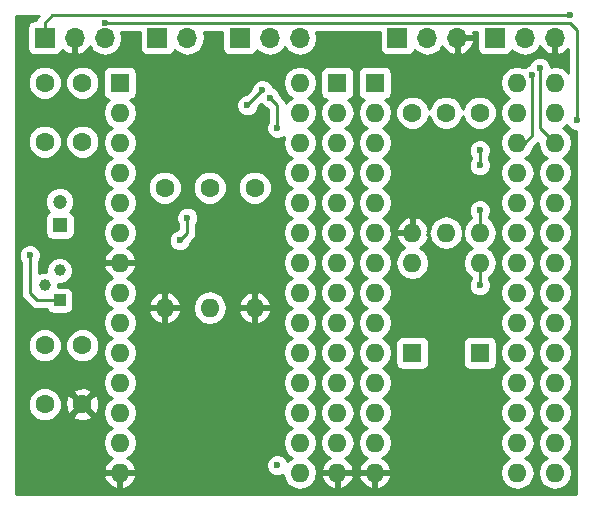
<source format=gbl>
G04 #@! TF.FileFunction,Copper,L2,Bot,Signal*
%FSLAX46Y46*%
G04 Gerber Fmt 4.6, Leading zero omitted, Abs format (unit mm)*
G04 Created by KiCad (PCBNEW 4.0.7) date 08/08/19 00:53:57*
%MOMM*%
%LPD*%
G01*
G04 APERTURE LIST*
%ADD10C,0.100000*%
%ADD11R,1.600000X1.600000*%
%ADD12O,1.600000X1.600000*%
%ADD13C,1.600000*%
%ADD14R,1.200000X1.200000*%
%ADD15C,1.200000*%
%ADD16R,1.700000X1.700000*%
%ADD17O,1.700000X1.700000*%
%ADD18C,1.000000*%
%ADD19R,1.000000X1.000000*%
%ADD20C,0.600000*%
%ADD21C,0.250000*%
%ADD22C,0.254000*%
G04 APERTURE END LIST*
D10*
D11*
X127000000Y-104140000D03*
D12*
X142240000Y-121920000D03*
X127000000Y-106680000D03*
X142240000Y-119380000D03*
X127000000Y-109220000D03*
X142240000Y-116840000D03*
X127000000Y-111760000D03*
X142240000Y-114300000D03*
X127000000Y-114300000D03*
X142240000Y-111760000D03*
X127000000Y-116840000D03*
X142240000Y-109220000D03*
X127000000Y-119380000D03*
X142240000Y-106680000D03*
X127000000Y-121920000D03*
X142240000Y-104140000D03*
X127000000Y-124460000D03*
X127000000Y-127000000D03*
X127000000Y-129540000D03*
X127000000Y-132080000D03*
X127000000Y-134620000D03*
X127000000Y-137160000D03*
X142240000Y-137160000D03*
X142240000Y-134620000D03*
X142240000Y-132080000D03*
X142240000Y-129540000D03*
X142240000Y-127000000D03*
X142240000Y-124460000D03*
D13*
X102235000Y-104140000D03*
X102235000Y-109140000D03*
X105410000Y-104140000D03*
X105410000Y-109140000D03*
X105410000Y-126365000D03*
X105410000Y-131365000D03*
X102235000Y-126365000D03*
X102235000Y-131365000D03*
D14*
X103505000Y-116205000D03*
D15*
X103505000Y-114205000D03*
D16*
X140335000Y-100330000D03*
D17*
X142875000Y-100330000D03*
X145415000Y-100330000D03*
D16*
X132080000Y-100330000D03*
D17*
X134620000Y-100330000D03*
X137160000Y-100330000D03*
D18*
X102235000Y-121285000D03*
X103505000Y-120015000D03*
D19*
X103505000Y-122555000D03*
D13*
X120015000Y-113030000D03*
D12*
X120015000Y-123190000D03*
D13*
X116205000Y-113030000D03*
D12*
X116205000Y-123190000D03*
D13*
X112395000Y-113030000D03*
D12*
X112395000Y-123190000D03*
D11*
X130175000Y-104140000D03*
D12*
X145415000Y-137160000D03*
X130175000Y-106680000D03*
X145415000Y-134620000D03*
X130175000Y-109220000D03*
X145415000Y-132080000D03*
X130175000Y-111760000D03*
X145415000Y-129540000D03*
X130175000Y-114300000D03*
X145415000Y-127000000D03*
X130175000Y-116840000D03*
X145415000Y-124460000D03*
X130175000Y-119380000D03*
X145415000Y-121920000D03*
X130175000Y-121920000D03*
X145415000Y-119380000D03*
X130175000Y-124460000D03*
X145415000Y-116840000D03*
X130175000Y-127000000D03*
X145415000Y-114300000D03*
X130175000Y-129540000D03*
X145415000Y-111760000D03*
X130175000Y-132080000D03*
X145415000Y-109220000D03*
X130175000Y-134620000D03*
X145415000Y-106680000D03*
X130175000Y-137160000D03*
X145415000Y-104140000D03*
D11*
X108585000Y-104140000D03*
D12*
X123825000Y-137160000D03*
X108585000Y-106680000D03*
X123825000Y-134620000D03*
X108585000Y-109220000D03*
X123825000Y-132080000D03*
X108585000Y-111760000D03*
X123825000Y-129540000D03*
X108585000Y-114300000D03*
X123825000Y-127000000D03*
X108585000Y-116840000D03*
X123825000Y-124460000D03*
X108585000Y-119380000D03*
X123825000Y-121920000D03*
X108585000Y-121920000D03*
X123825000Y-119380000D03*
X108585000Y-124460000D03*
X123825000Y-116840000D03*
X108585000Y-127000000D03*
X123825000Y-114300000D03*
X108585000Y-129540000D03*
X123825000Y-111760000D03*
X108585000Y-132080000D03*
X123825000Y-109220000D03*
X108585000Y-134620000D03*
X123825000Y-106680000D03*
X108585000Y-137160000D03*
X123825000Y-104140000D03*
D16*
X111760000Y-100330000D03*
D17*
X114300000Y-100330000D03*
D11*
X133350000Y-127000000D03*
D12*
X133350000Y-119380000D03*
D11*
X139065000Y-127000000D03*
D12*
X139065000Y-119380000D03*
D16*
X102235000Y-100330000D03*
D17*
X104775000Y-100330000D03*
X107315000Y-100330000D03*
D16*
X118745000Y-100330000D03*
D17*
X121285000Y-100330000D03*
X123825000Y-100330000D03*
D13*
X133350000Y-106680000D03*
D12*
X133350000Y-116840000D03*
D13*
X139065000Y-106680000D03*
D12*
X139065000Y-116840000D03*
D13*
X136205000Y-106680000D03*
D12*
X136205000Y-116840000D03*
D20*
X121920000Y-136525000D03*
X121285000Y-105410000D03*
X121920000Y-107950000D03*
X143510000Y-103505000D03*
X144145000Y-102870000D03*
X100965000Y-118745000D03*
X139065000Y-121285000D03*
X120650000Y-104775000D03*
X119380000Y-106045000D03*
X114300000Y-115570000D03*
X113665000Y-117475000D03*
X147320000Y-107315000D03*
X107315000Y-99060000D03*
X139065000Y-109855000D03*
X139065000Y-111125000D03*
X139065000Y-114935000D03*
X146685000Y-98425000D03*
D21*
X121920000Y-136525000D02*
X121920000Y-136525000D01*
X121285000Y-105410000D02*
X121920000Y-106045000D01*
X121920000Y-106045000D02*
X121920000Y-107950000D01*
X143510000Y-108585000D02*
X143510000Y-103505000D01*
X142875000Y-109220000D02*
X143510000Y-108585000D01*
X142240000Y-109220000D02*
X142875000Y-109220000D01*
X145415000Y-109220000D02*
X144145000Y-107950000D01*
X144145000Y-107950000D02*
X144145000Y-102870000D01*
X101600000Y-122555000D02*
X103505000Y-122555000D01*
X100965000Y-121920000D02*
X101600000Y-122555000D01*
X100965000Y-121285000D02*
X100965000Y-121920000D01*
X100965000Y-118745000D02*
X100965000Y-121285000D01*
X139065000Y-121285000D02*
X139065000Y-119380000D01*
X118745000Y-100965000D02*
X118745000Y-100330000D01*
X111760000Y-100330000D02*
X111760000Y-100965000D01*
X119380000Y-106045000D02*
X120650000Y-104775000D01*
X114300000Y-116840000D02*
X114300000Y-115570000D01*
X113665000Y-117475000D02*
X114300000Y-116840000D01*
X109220000Y-121920000D02*
X108585000Y-121920000D01*
X108585000Y-121920000D02*
X107950000Y-121920000D01*
X146685000Y-99060000D02*
X147320000Y-99695000D01*
X147320000Y-99695000D02*
X147320000Y-107315000D01*
X107315000Y-99060000D02*
X144145000Y-99060000D01*
X144145000Y-99060000D02*
X146685000Y-99060000D01*
X139065000Y-116840000D02*
X139065000Y-114935000D01*
X139065000Y-109855000D02*
X139065000Y-111125000D01*
X146685000Y-98425000D02*
X102870000Y-98425000D01*
X102870000Y-98425000D02*
X102235000Y-99060000D01*
X102235000Y-100330000D02*
X102235000Y-99060000D01*
D22*
G36*
X101697599Y-98522599D02*
X101532852Y-98769161D01*
X101520241Y-98832560D01*
X101385000Y-98832560D01*
X101149683Y-98876838D01*
X100933559Y-99015910D01*
X100788569Y-99228110D01*
X100737560Y-99480000D01*
X100737560Y-101180000D01*
X100781838Y-101415317D01*
X100920910Y-101631441D01*
X101133110Y-101776431D01*
X101385000Y-101827440D01*
X103085000Y-101827440D01*
X103320317Y-101783162D01*
X103536441Y-101644090D01*
X103681431Y-101431890D01*
X103703301Y-101323893D01*
X104008076Y-101601645D01*
X104418110Y-101771476D01*
X104648000Y-101650155D01*
X104648000Y-100457000D01*
X104628000Y-100457000D01*
X104628000Y-100203000D01*
X104648000Y-100203000D01*
X104648000Y-100183000D01*
X104902000Y-100183000D01*
X104902000Y-100203000D01*
X104922000Y-100203000D01*
X104922000Y-100457000D01*
X104902000Y-100457000D01*
X104902000Y-101650155D01*
X105131890Y-101771476D01*
X105541924Y-101601645D01*
X105970183Y-101211358D01*
X106037298Y-101068447D01*
X106264946Y-101409147D01*
X106746715Y-101731054D01*
X107315000Y-101844093D01*
X107883285Y-101731054D01*
X108365054Y-101409147D01*
X108686961Y-100927378D01*
X108800000Y-100359093D01*
X108800000Y-100300907D01*
X108704342Y-99820000D01*
X110262560Y-99820000D01*
X110262560Y-101180000D01*
X110306838Y-101415317D01*
X110445910Y-101631441D01*
X110658110Y-101776431D01*
X110910000Y-101827440D01*
X112610000Y-101827440D01*
X112845317Y-101783162D01*
X113061441Y-101644090D01*
X113206431Y-101431890D01*
X113220086Y-101364459D01*
X113249946Y-101409147D01*
X113731715Y-101731054D01*
X114300000Y-101844093D01*
X114868285Y-101731054D01*
X115350054Y-101409147D01*
X115671961Y-100927378D01*
X115785000Y-100359093D01*
X115785000Y-100300907D01*
X115689342Y-99820000D01*
X117247560Y-99820000D01*
X117247560Y-101180000D01*
X117291838Y-101415317D01*
X117430910Y-101631441D01*
X117643110Y-101776431D01*
X117895000Y-101827440D01*
X119595000Y-101827440D01*
X119830317Y-101783162D01*
X120046441Y-101644090D01*
X120191431Y-101431890D01*
X120205086Y-101364459D01*
X120234946Y-101409147D01*
X120716715Y-101731054D01*
X121285000Y-101844093D01*
X121853285Y-101731054D01*
X122335054Y-101409147D01*
X122555000Y-101079974D01*
X122774946Y-101409147D01*
X123256715Y-101731054D01*
X123825000Y-101844093D01*
X124393285Y-101731054D01*
X124875054Y-101409147D01*
X125196961Y-100927378D01*
X125310000Y-100359093D01*
X125310000Y-100300907D01*
X125214342Y-99820000D01*
X130582560Y-99820000D01*
X130582560Y-101180000D01*
X130626838Y-101415317D01*
X130765910Y-101631441D01*
X130978110Y-101776431D01*
X131230000Y-101827440D01*
X132930000Y-101827440D01*
X133165317Y-101783162D01*
X133381441Y-101644090D01*
X133526431Y-101431890D01*
X133540086Y-101364459D01*
X133569946Y-101409147D01*
X134051715Y-101731054D01*
X134620000Y-101844093D01*
X135188285Y-101731054D01*
X135670054Y-101409147D01*
X135897702Y-101068447D01*
X135964817Y-101211358D01*
X136393076Y-101601645D01*
X136803110Y-101771476D01*
X137033000Y-101650155D01*
X137033000Y-100457000D01*
X137287000Y-100457000D01*
X137287000Y-101650155D01*
X137516890Y-101771476D01*
X137926924Y-101601645D01*
X138355183Y-101211358D01*
X138601486Y-100686892D01*
X138480819Y-100457000D01*
X137287000Y-100457000D01*
X137033000Y-100457000D01*
X137013000Y-100457000D01*
X137013000Y-100203000D01*
X137033000Y-100203000D01*
X137033000Y-100183000D01*
X137287000Y-100183000D01*
X137287000Y-100203000D01*
X138480819Y-100203000D01*
X138601486Y-99973108D01*
X138529582Y-99820000D01*
X138837560Y-99820000D01*
X138837560Y-101180000D01*
X138881838Y-101415317D01*
X139020910Y-101631441D01*
X139233110Y-101776431D01*
X139485000Y-101827440D01*
X141185000Y-101827440D01*
X141420317Y-101783162D01*
X141636441Y-101644090D01*
X141781431Y-101431890D01*
X141795086Y-101364459D01*
X141824946Y-101409147D01*
X142306715Y-101731054D01*
X142875000Y-101844093D01*
X143443285Y-101731054D01*
X143925054Y-101409147D01*
X144152702Y-101068447D01*
X144219817Y-101211358D01*
X144648076Y-101601645D01*
X145058110Y-101771476D01*
X145288000Y-101650155D01*
X145288000Y-100457000D01*
X145268000Y-100457000D01*
X145268000Y-100203000D01*
X145288000Y-100203000D01*
X145288000Y-100183000D01*
X145542000Y-100183000D01*
X145542000Y-100203000D01*
X145562000Y-100203000D01*
X145562000Y-100457000D01*
X145542000Y-100457000D01*
X145542000Y-101650155D01*
X145771890Y-101771476D01*
X146181924Y-101601645D01*
X146560000Y-101257091D01*
X146560000Y-103278238D01*
X146457811Y-103125302D01*
X145992264Y-102814233D01*
X145443113Y-102705000D01*
X145386887Y-102705000D01*
X145080091Y-102766026D01*
X145080162Y-102684833D01*
X144938117Y-102341057D01*
X144675327Y-102077808D01*
X144331799Y-101935162D01*
X143959833Y-101934838D01*
X143616057Y-102076883D01*
X143352808Y-102339673D01*
X143243235Y-102603554D01*
X142981057Y-102711883D01*
X142853964Y-102838755D01*
X142817264Y-102814233D01*
X142268113Y-102705000D01*
X142211887Y-102705000D01*
X141662736Y-102814233D01*
X141197189Y-103125302D01*
X140886120Y-103590849D01*
X140776887Y-104140000D01*
X140886120Y-104689151D01*
X141197189Y-105154698D01*
X141579275Y-105410000D01*
X141197189Y-105665302D01*
X140886120Y-106130849D01*
X140776887Y-106680000D01*
X140886120Y-107229151D01*
X141197189Y-107694698D01*
X141579275Y-107950000D01*
X141197189Y-108205302D01*
X140886120Y-108670849D01*
X140776887Y-109220000D01*
X140886120Y-109769151D01*
X141197189Y-110234698D01*
X141579275Y-110490000D01*
X141197189Y-110745302D01*
X140886120Y-111210849D01*
X140776887Y-111760000D01*
X140886120Y-112309151D01*
X141197189Y-112774698D01*
X141579275Y-113030000D01*
X141197189Y-113285302D01*
X140886120Y-113750849D01*
X140776887Y-114300000D01*
X140886120Y-114849151D01*
X141197189Y-115314698D01*
X141579275Y-115570000D01*
X141197189Y-115825302D01*
X140886120Y-116290849D01*
X140776887Y-116840000D01*
X140886120Y-117389151D01*
X141197189Y-117854698D01*
X141579275Y-118110000D01*
X141197189Y-118365302D01*
X140886120Y-118830849D01*
X140776887Y-119380000D01*
X140886120Y-119929151D01*
X141197189Y-120394698D01*
X141579275Y-120650000D01*
X141197189Y-120905302D01*
X140886120Y-121370849D01*
X140776887Y-121920000D01*
X140886120Y-122469151D01*
X141197189Y-122934698D01*
X141579275Y-123190000D01*
X141197189Y-123445302D01*
X140886120Y-123910849D01*
X140776887Y-124460000D01*
X140886120Y-125009151D01*
X141197189Y-125474698D01*
X141579275Y-125730000D01*
X141197189Y-125985302D01*
X140886120Y-126450849D01*
X140776887Y-127000000D01*
X140886120Y-127549151D01*
X141197189Y-128014698D01*
X141579275Y-128270000D01*
X141197189Y-128525302D01*
X140886120Y-128990849D01*
X140776887Y-129540000D01*
X140886120Y-130089151D01*
X141197189Y-130554698D01*
X141579275Y-130810000D01*
X141197189Y-131065302D01*
X140886120Y-131530849D01*
X140776887Y-132080000D01*
X140886120Y-132629151D01*
X141197189Y-133094698D01*
X141579275Y-133350000D01*
X141197189Y-133605302D01*
X140886120Y-134070849D01*
X140776887Y-134620000D01*
X140886120Y-135169151D01*
X141197189Y-135634698D01*
X141579275Y-135890000D01*
X141197189Y-136145302D01*
X140886120Y-136610849D01*
X140776887Y-137160000D01*
X140886120Y-137709151D01*
X141197189Y-138174698D01*
X141662736Y-138485767D01*
X142211887Y-138595000D01*
X142268113Y-138595000D01*
X142817264Y-138485767D01*
X143282811Y-138174698D01*
X143593880Y-137709151D01*
X143703113Y-137160000D01*
X143593880Y-136610849D01*
X143282811Y-136145302D01*
X142900725Y-135890000D01*
X143282811Y-135634698D01*
X143593880Y-135169151D01*
X143703113Y-134620000D01*
X143593880Y-134070849D01*
X143282811Y-133605302D01*
X142900725Y-133350000D01*
X143282811Y-133094698D01*
X143593880Y-132629151D01*
X143703113Y-132080000D01*
X143593880Y-131530849D01*
X143282811Y-131065302D01*
X142900725Y-130810000D01*
X143282811Y-130554698D01*
X143593880Y-130089151D01*
X143703113Y-129540000D01*
X143593880Y-128990849D01*
X143282811Y-128525302D01*
X142900725Y-128270000D01*
X143282811Y-128014698D01*
X143593880Y-127549151D01*
X143703113Y-127000000D01*
X143593880Y-126450849D01*
X143282811Y-125985302D01*
X142900725Y-125730000D01*
X143282811Y-125474698D01*
X143593880Y-125009151D01*
X143703113Y-124460000D01*
X143593880Y-123910849D01*
X143282811Y-123445302D01*
X142900725Y-123190000D01*
X143282811Y-122934698D01*
X143593880Y-122469151D01*
X143703113Y-121920000D01*
X143593880Y-121370849D01*
X143282811Y-120905302D01*
X142900725Y-120650000D01*
X143282811Y-120394698D01*
X143593880Y-119929151D01*
X143703113Y-119380000D01*
X143593880Y-118830849D01*
X143282811Y-118365302D01*
X142900725Y-118110000D01*
X143282811Y-117854698D01*
X143593880Y-117389151D01*
X143703113Y-116840000D01*
X143593880Y-116290849D01*
X143282811Y-115825302D01*
X142900725Y-115570000D01*
X143282811Y-115314698D01*
X143593880Y-114849151D01*
X143703113Y-114300000D01*
X143593880Y-113750849D01*
X143282811Y-113285302D01*
X142900725Y-113030000D01*
X143282811Y-112774698D01*
X143593880Y-112309151D01*
X143703113Y-111760000D01*
X143593880Y-111210849D01*
X143282811Y-110745302D01*
X142900725Y-110490000D01*
X143282811Y-110234698D01*
X143593880Y-109769151D01*
X143641859Y-109527943D01*
X143952405Y-109217397D01*
X143951887Y-109220000D01*
X144061120Y-109769151D01*
X144372189Y-110234698D01*
X144754275Y-110490000D01*
X144372189Y-110745302D01*
X144061120Y-111210849D01*
X143951887Y-111760000D01*
X144061120Y-112309151D01*
X144372189Y-112774698D01*
X144754275Y-113030000D01*
X144372189Y-113285302D01*
X144061120Y-113750849D01*
X143951887Y-114300000D01*
X144061120Y-114849151D01*
X144372189Y-115314698D01*
X144754275Y-115570000D01*
X144372189Y-115825302D01*
X144061120Y-116290849D01*
X143951887Y-116840000D01*
X144061120Y-117389151D01*
X144372189Y-117854698D01*
X144754275Y-118110000D01*
X144372189Y-118365302D01*
X144061120Y-118830849D01*
X143951887Y-119380000D01*
X144061120Y-119929151D01*
X144372189Y-120394698D01*
X144754275Y-120650000D01*
X144372189Y-120905302D01*
X144061120Y-121370849D01*
X143951887Y-121920000D01*
X144061120Y-122469151D01*
X144372189Y-122934698D01*
X144754275Y-123190000D01*
X144372189Y-123445302D01*
X144061120Y-123910849D01*
X143951887Y-124460000D01*
X144061120Y-125009151D01*
X144372189Y-125474698D01*
X144754275Y-125730000D01*
X144372189Y-125985302D01*
X144061120Y-126450849D01*
X143951887Y-127000000D01*
X144061120Y-127549151D01*
X144372189Y-128014698D01*
X144754275Y-128270000D01*
X144372189Y-128525302D01*
X144061120Y-128990849D01*
X143951887Y-129540000D01*
X144061120Y-130089151D01*
X144372189Y-130554698D01*
X144754275Y-130810000D01*
X144372189Y-131065302D01*
X144061120Y-131530849D01*
X143951887Y-132080000D01*
X144061120Y-132629151D01*
X144372189Y-133094698D01*
X144754275Y-133350000D01*
X144372189Y-133605302D01*
X144061120Y-134070849D01*
X143951887Y-134620000D01*
X144061120Y-135169151D01*
X144372189Y-135634698D01*
X144754275Y-135890000D01*
X144372189Y-136145302D01*
X144061120Y-136610849D01*
X143951887Y-137160000D01*
X144061120Y-137709151D01*
X144372189Y-138174698D01*
X144837736Y-138485767D01*
X145386887Y-138595000D01*
X145443113Y-138595000D01*
X145992264Y-138485767D01*
X146457811Y-138174698D01*
X146768880Y-137709151D01*
X146878113Y-137160000D01*
X146768880Y-136610849D01*
X146457811Y-136145302D01*
X146075725Y-135890000D01*
X146457811Y-135634698D01*
X146768880Y-135169151D01*
X146878113Y-134620000D01*
X146768880Y-134070849D01*
X146457811Y-133605302D01*
X146075725Y-133350000D01*
X146457811Y-133094698D01*
X146768880Y-132629151D01*
X146878113Y-132080000D01*
X146768880Y-131530849D01*
X146457811Y-131065302D01*
X146075725Y-130810000D01*
X146457811Y-130554698D01*
X146768880Y-130089151D01*
X146878113Y-129540000D01*
X146768880Y-128990849D01*
X146457811Y-128525302D01*
X146075725Y-128270000D01*
X146457811Y-128014698D01*
X146768880Y-127549151D01*
X146878113Y-127000000D01*
X146768880Y-126450849D01*
X146457811Y-125985302D01*
X146075725Y-125730000D01*
X146457811Y-125474698D01*
X146768880Y-125009151D01*
X146878113Y-124460000D01*
X146768880Y-123910849D01*
X146457811Y-123445302D01*
X146075725Y-123190000D01*
X146457811Y-122934698D01*
X146768880Y-122469151D01*
X146878113Y-121920000D01*
X146768880Y-121370849D01*
X146457811Y-120905302D01*
X146075725Y-120650000D01*
X146457811Y-120394698D01*
X146768880Y-119929151D01*
X146878113Y-119380000D01*
X146768880Y-118830849D01*
X146457811Y-118365302D01*
X146075725Y-118110000D01*
X146457811Y-117854698D01*
X146768880Y-117389151D01*
X146878113Y-116840000D01*
X146768880Y-116290849D01*
X146457811Y-115825302D01*
X146075725Y-115570000D01*
X146457811Y-115314698D01*
X146768880Y-114849151D01*
X146878113Y-114300000D01*
X146768880Y-113750849D01*
X146457811Y-113285302D01*
X146075725Y-113030000D01*
X146457811Y-112774698D01*
X146768880Y-112309151D01*
X146878113Y-111760000D01*
X146768880Y-111210849D01*
X146457811Y-110745302D01*
X146075725Y-110490000D01*
X146457811Y-110234698D01*
X146768880Y-109769151D01*
X146878113Y-109220000D01*
X146768880Y-108670849D01*
X146457811Y-108205302D01*
X146075725Y-107950000D01*
X146457811Y-107694698D01*
X146462387Y-107687850D01*
X146526883Y-107843943D01*
X146789673Y-108107192D01*
X147133201Y-108249838D01*
X147245000Y-108249935D01*
X147245000Y-138990000D01*
X99770000Y-138990000D01*
X99770000Y-137509039D01*
X107193096Y-137509039D01*
X107353959Y-137897423D01*
X107729866Y-138312389D01*
X108235959Y-138551914D01*
X108458000Y-138430629D01*
X108458000Y-137287000D01*
X108712000Y-137287000D01*
X108712000Y-138430629D01*
X108934041Y-138551914D01*
X109440134Y-138312389D01*
X109816041Y-137897423D01*
X109976904Y-137509039D01*
X109854915Y-137287000D01*
X108712000Y-137287000D01*
X108458000Y-137287000D01*
X107315085Y-137287000D01*
X107193096Y-137509039D01*
X99770000Y-137509039D01*
X99770000Y-131649187D01*
X100799752Y-131649187D01*
X101017757Y-132176800D01*
X101421077Y-132580824D01*
X101948309Y-132799750D01*
X102519187Y-132800248D01*
X103046800Y-132582243D01*
X103256663Y-132372745D01*
X104581861Y-132372745D01*
X104655995Y-132618864D01*
X105193223Y-132811965D01*
X105763454Y-132784778D01*
X106164005Y-132618864D01*
X106238139Y-132372745D01*
X105410000Y-131544605D01*
X104581861Y-132372745D01*
X103256663Y-132372745D01*
X103450824Y-132178923D01*
X103669750Y-131651691D01*
X103670189Y-131148223D01*
X103963035Y-131148223D01*
X103990222Y-131718454D01*
X104156136Y-132119005D01*
X104402255Y-132193139D01*
X105230395Y-131365000D01*
X105589605Y-131365000D01*
X106417745Y-132193139D01*
X106663864Y-132119005D01*
X106856965Y-131581777D01*
X106829778Y-131011546D01*
X106663864Y-130610995D01*
X106417745Y-130536861D01*
X105589605Y-131365000D01*
X105230395Y-131365000D01*
X104402255Y-130536861D01*
X104156136Y-130610995D01*
X103963035Y-131148223D01*
X103670189Y-131148223D01*
X103670248Y-131080813D01*
X103452243Y-130553200D01*
X103256640Y-130357255D01*
X104581861Y-130357255D01*
X105410000Y-131185395D01*
X106238139Y-130357255D01*
X106164005Y-130111136D01*
X105626777Y-129918035D01*
X105056546Y-129945222D01*
X104655995Y-130111136D01*
X104581861Y-130357255D01*
X103256640Y-130357255D01*
X103048923Y-130149176D01*
X102521691Y-129930250D01*
X101950813Y-129929752D01*
X101423200Y-130147757D01*
X101019176Y-130551077D01*
X100800250Y-131078309D01*
X100799752Y-131649187D01*
X99770000Y-131649187D01*
X99770000Y-126649187D01*
X100799752Y-126649187D01*
X101017757Y-127176800D01*
X101421077Y-127580824D01*
X101948309Y-127799750D01*
X102519187Y-127800248D01*
X103046800Y-127582243D01*
X103450824Y-127178923D01*
X103669750Y-126651691D01*
X103669752Y-126649187D01*
X103974752Y-126649187D01*
X104192757Y-127176800D01*
X104596077Y-127580824D01*
X105123309Y-127799750D01*
X105694187Y-127800248D01*
X106221800Y-127582243D01*
X106625824Y-127178923D01*
X106844750Y-126651691D01*
X106845248Y-126080813D01*
X106627243Y-125553200D01*
X106223923Y-125149176D01*
X105696691Y-124930250D01*
X105125813Y-124929752D01*
X104598200Y-125147757D01*
X104194176Y-125551077D01*
X103975250Y-126078309D01*
X103974752Y-126649187D01*
X103669752Y-126649187D01*
X103670248Y-126080813D01*
X103452243Y-125553200D01*
X103048923Y-125149176D01*
X102521691Y-124930250D01*
X101950813Y-124929752D01*
X101423200Y-125147757D01*
X101019176Y-125551077D01*
X100800250Y-126078309D01*
X100799752Y-126649187D01*
X99770000Y-126649187D01*
X99770000Y-118930167D01*
X100029838Y-118930167D01*
X100171883Y-119273943D01*
X100205000Y-119307118D01*
X100205000Y-121920000D01*
X100262852Y-122210839D01*
X100427599Y-122457401D01*
X101062599Y-123092401D01*
X101309161Y-123257148D01*
X101600000Y-123315000D01*
X102417721Y-123315000D01*
X102540910Y-123506441D01*
X102753110Y-123651431D01*
X103005000Y-123702440D01*
X104005000Y-123702440D01*
X104240317Y-123658162D01*
X104456441Y-123519090D01*
X104601431Y-123306890D01*
X104652440Y-123055000D01*
X104652440Y-122055000D01*
X104627038Y-121920000D01*
X107121887Y-121920000D01*
X107231120Y-122469151D01*
X107542189Y-122934698D01*
X107924275Y-123190000D01*
X107542189Y-123445302D01*
X107231120Y-123910849D01*
X107121887Y-124460000D01*
X107231120Y-125009151D01*
X107542189Y-125474698D01*
X107924275Y-125730000D01*
X107542189Y-125985302D01*
X107231120Y-126450849D01*
X107121887Y-127000000D01*
X107231120Y-127549151D01*
X107542189Y-128014698D01*
X107924275Y-128270000D01*
X107542189Y-128525302D01*
X107231120Y-128990849D01*
X107121887Y-129540000D01*
X107231120Y-130089151D01*
X107542189Y-130554698D01*
X107924275Y-130810000D01*
X107542189Y-131065302D01*
X107231120Y-131530849D01*
X107121887Y-132080000D01*
X107231120Y-132629151D01*
X107542189Y-133094698D01*
X107924275Y-133350000D01*
X107542189Y-133605302D01*
X107231120Y-134070849D01*
X107121887Y-134620000D01*
X107231120Y-135169151D01*
X107542189Y-135634698D01*
X107946703Y-135904986D01*
X107729866Y-136007611D01*
X107353959Y-136422577D01*
X107193096Y-136810961D01*
X107315085Y-137033000D01*
X108458000Y-137033000D01*
X108458000Y-137013000D01*
X108712000Y-137013000D01*
X108712000Y-137033000D01*
X109854915Y-137033000D01*
X109976904Y-136810961D01*
X109816041Y-136422577D01*
X109440134Y-136007611D01*
X109223297Y-135904986D01*
X109627811Y-135634698D01*
X109938880Y-135169151D01*
X110048113Y-134620000D01*
X109938880Y-134070849D01*
X109627811Y-133605302D01*
X109245725Y-133350000D01*
X109627811Y-133094698D01*
X109938880Y-132629151D01*
X110048113Y-132080000D01*
X109938880Y-131530849D01*
X109627811Y-131065302D01*
X109245725Y-130810000D01*
X109627811Y-130554698D01*
X109938880Y-130089151D01*
X110048113Y-129540000D01*
X109938880Y-128990849D01*
X109627811Y-128525302D01*
X109245725Y-128270000D01*
X109627811Y-128014698D01*
X109938880Y-127549151D01*
X110048113Y-127000000D01*
X109938880Y-126450849D01*
X109627811Y-125985302D01*
X109245725Y-125730000D01*
X109627811Y-125474698D01*
X109938880Y-125009151D01*
X110048113Y-124460000D01*
X109938880Y-123910849D01*
X109690446Y-123539041D01*
X111003086Y-123539041D01*
X111242611Y-124045134D01*
X111657577Y-124421041D01*
X112045961Y-124581904D01*
X112268000Y-124459915D01*
X112268000Y-123317000D01*
X112522000Y-123317000D01*
X112522000Y-124459915D01*
X112744039Y-124581904D01*
X113132423Y-124421041D01*
X113547389Y-124045134D01*
X113786914Y-123539041D01*
X113665629Y-123317000D01*
X112522000Y-123317000D01*
X112268000Y-123317000D01*
X111124371Y-123317000D01*
X111003086Y-123539041D01*
X109690446Y-123539041D01*
X109627811Y-123445302D01*
X109245725Y-123190000D01*
X109287799Y-123161887D01*
X114770000Y-123161887D01*
X114770000Y-123218113D01*
X114879233Y-123767264D01*
X115190302Y-124232811D01*
X115655849Y-124543880D01*
X116205000Y-124653113D01*
X116754151Y-124543880D01*
X117219698Y-124232811D01*
X117530767Y-123767264D01*
X117576163Y-123539041D01*
X118623086Y-123539041D01*
X118862611Y-124045134D01*
X119277577Y-124421041D01*
X119665961Y-124581904D01*
X119888000Y-124459915D01*
X119888000Y-123317000D01*
X120142000Y-123317000D01*
X120142000Y-124459915D01*
X120364039Y-124581904D01*
X120752423Y-124421041D01*
X121167389Y-124045134D01*
X121406914Y-123539041D01*
X121285629Y-123317000D01*
X120142000Y-123317000D01*
X119888000Y-123317000D01*
X118744371Y-123317000D01*
X118623086Y-123539041D01*
X117576163Y-123539041D01*
X117640000Y-123218113D01*
X117640000Y-123161887D01*
X117576164Y-122840959D01*
X118623086Y-122840959D01*
X118744371Y-123063000D01*
X119888000Y-123063000D01*
X119888000Y-121920085D01*
X120142000Y-121920085D01*
X120142000Y-123063000D01*
X121285629Y-123063000D01*
X121406914Y-122840959D01*
X121167389Y-122334866D01*
X120752423Y-121958959D01*
X120364039Y-121798096D01*
X120142000Y-121920085D01*
X119888000Y-121920085D01*
X119665961Y-121798096D01*
X119277577Y-121958959D01*
X118862611Y-122334866D01*
X118623086Y-122840959D01*
X117576164Y-122840959D01*
X117530767Y-122612736D01*
X117219698Y-122147189D01*
X116754151Y-121836120D01*
X116205000Y-121726887D01*
X115655849Y-121836120D01*
X115190302Y-122147189D01*
X114879233Y-122612736D01*
X114770000Y-123161887D01*
X109287799Y-123161887D01*
X109627811Y-122934698D01*
X109690445Y-122840959D01*
X111003086Y-122840959D01*
X111124371Y-123063000D01*
X112268000Y-123063000D01*
X112268000Y-121920085D01*
X112522000Y-121920085D01*
X112522000Y-123063000D01*
X113665629Y-123063000D01*
X113786914Y-122840959D01*
X113547389Y-122334866D01*
X113132423Y-121958959D01*
X112744039Y-121798096D01*
X112522000Y-121920085D01*
X112268000Y-121920085D01*
X112045961Y-121798096D01*
X111657577Y-121958959D01*
X111242611Y-122334866D01*
X111003086Y-122840959D01*
X109690445Y-122840959D01*
X109938880Y-122469151D01*
X110048113Y-121920000D01*
X109938880Y-121370849D01*
X109627811Y-120905302D01*
X109223297Y-120635014D01*
X109440134Y-120532389D01*
X109816041Y-120117423D01*
X109976904Y-119729039D01*
X109854915Y-119507000D01*
X108712000Y-119507000D01*
X108712000Y-119527000D01*
X108458000Y-119527000D01*
X108458000Y-119507000D01*
X107315085Y-119507000D01*
X107193096Y-119729039D01*
X107353959Y-120117423D01*
X107729866Y-120532389D01*
X107946703Y-120635014D01*
X107542189Y-120905302D01*
X107231120Y-121370849D01*
X107121887Y-121920000D01*
X104627038Y-121920000D01*
X104608162Y-121819683D01*
X104469090Y-121603559D01*
X104256890Y-121458569D01*
X104005000Y-121407560D01*
X103369894Y-121407560D01*
X103370119Y-121149883D01*
X103729775Y-121150197D01*
X104147086Y-120977767D01*
X104466645Y-120658765D01*
X104639803Y-120241756D01*
X104640197Y-119790225D01*
X104467767Y-119372914D01*
X104148765Y-119053355D01*
X103731756Y-118880197D01*
X103280225Y-118879803D01*
X102862914Y-119052233D01*
X102543355Y-119371235D01*
X102370197Y-119788244D01*
X102369881Y-120150117D01*
X102010225Y-120149803D01*
X101725000Y-120267656D01*
X101725000Y-119307463D01*
X101757192Y-119275327D01*
X101899838Y-118931799D01*
X101900162Y-118559833D01*
X101758117Y-118216057D01*
X101495327Y-117952808D01*
X101151799Y-117810162D01*
X100779833Y-117809838D01*
X100436057Y-117951883D01*
X100172808Y-118214673D01*
X100030162Y-118558201D01*
X100029838Y-118930167D01*
X99770000Y-118930167D01*
X99770000Y-115605000D01*
X102257560Y-115605000D01*
X102257560Y-116805000D01*
X102301838Y-117040317D01*
X102440910Y-117256441D01*
X102653110Y-117401431D01*
X102905000Y-117452440D01*
X104105000Y-117452440D01*
X104340317Y-117408162D01*
X104556441Y-117269090D01*
X104701431Y-117056890D01*
X104752440Y-116805000D01*
X104752440Y-115605000D01*
X104708162Y-115369683D01*
X104569090Y-115153559D01*
X104411042Y-115045569D01*
X104551371Y-114905485D01*
X104739785Y-114451734D01*
X104740214Y-113960421D01*
X104552592Y-113506343D01*
X104205485Y-113158629D01*
X103751734Y-112970215D01*
X103260421Y-112969786D01*
X102806343Y-113157408D01*
X102458629Y-113504515D01*
X102270215Y-113958266D01*
X102269786Y-114449579D01*
X102457408Y-114903657D01*
X102600109Y-115046608D01*
X102453559Y-115140910D01*
X102308569Y-115353110D01*
X102257560Y-115605000D01*
X99770000Y-115605000D01*
X99770000Y-109424187D01*
X100799752Y-109424187D01*
X101017757Y-109951800D01*
X101421077Y-110355824D01*
X101948309Y-110574750D01*
X102519187Y-110575248D01*
X103046800Y-110357243D01*
X103450824Y-109953923D01*
X103669750Y-109426691D01*
X103669752Y-109424187D01*
X103974752Y-109424187D01*
X104192757Y-109951800D01*
X104596077Y-110355824D01*
X105123309Y-110574750D01*
X105694187Y-110575248D01*
X106221800Y-110357243D01*
X106625824Y-109953923D01*
X106844750Y-109426691D01*
X106845248Y-108855813D01*
X106627243Y-108328200D01*
X106223923Y-107924176D01*
X105696691Y-107705250D01*
X105125813Y-107704752D01*
X104598200Y-107922757D01*
X104194176Y-108326077D01*
X103975250Y-108853309D01*
X103974752Y-109424187D01*
X103669752Y-109424187D01*
X103670248Y-108855813D01*
X103452243Y-108328200D01*
X103048923Y-107924176D01*
X102521691Y-107705250D01*
X101950813Y-107704752D01*
X101423200Y-107922757D01*
X101019176Y-108326077D01*
X100800250Y-108853309D01*
X100799752Y-109424187D01*
X99770000Y-109424187D01*
X99770000Y-106680000D01*
X107121887Y-106680000D01*
X107231120Y-107229151D01*
X107542189Y-107694698D01*
X107924275Y-107950000D01*
X107542189Y-108205302D01*
X107231120Y-108670849D01*
X107121887Y-109220000D01*
X107231120Y-109769151D01*
X107542189Y-110234698D01*
X107924275Y-110490000D01*
X107542189Y-110745302D01*
X107231120Y-111210849D01*
X107121887Y-111760000D01*
X107231120Y-112309151D01*
X107542189Y-112774698D01*
X107924275Y-113030000D01*
X107542189Y-113285302D01*
X107231120Y-113750849D01*
X107121887Y-114300000D01*
X107231120Y-114849151D01*
X107542189Y-115314698D01*
X107924275Y-115570000D01*
X107542189Y-115825302D01*
X107231120Y-116290849D01*
X107121887Y-116840000D01*
X107231120Y-117389151D01*
X107542189Y-117854698D01*
X107946703Y-118124986D01*
X107729866Y-118227611D01*
X107353959Y-118642577D01*
X107193096Y-119030961D01*
X107315085Y-119253000D01*
X108458000Y-119253000D01*
X108458000Y-119233000D01*
X108712000Y-119233000D01*
X108712000Y-119253000D01*
X109854915Y-119253000D01*
X109976904Y-119030961D01*
X109816041Y-118642577D01*
X109440134Y-118227611D01*
X109223297Y-118124986D01*
X109627811Y-117854698D01*
X109757792Y-117660167D01*
X112729838Y-117660167D01*
X112871883Y-118003943D01*
X113134673Y-118267192D01*
X113478201Y-118409838D01*
X113850167Y-118410162D01*
X114193943Y-118268117D01*
X114457192Y-118005327D01*
X114599838Y-117661799D01*
X114599879Y-117614923D01*
X114837401Y-117377401D01*
X115002148Y-117130839D01*
X115060000Y-116840000D01*
X115060000Y-116132463D01*
X115092192Y-116100327D01*
X115234838Y-115756799D01*
X115235162Y-115384833D01*
X115093117Y-115041057D01*
X114830327Y-114777808D01*
X114486799Y-114635162D01*
X114114833Y-114634838D01*
X113771057Y-114776883D01*
X113507808Y-115039673D01*
X113365162Y-115383201D01*
X113364838Y-115755167D01*
X113506883Y-116098943D01*
X113540000Y-116132118D01*
X113540000Y-116525198D01*
X113525320Y-116539878D01*
X113479833Y-116539838D01*
X113136057Y-116681883D01*
X112872808Y-116944673D01*
X112730162Y-117288201D01*
X112729838Y-117660167D01*
X109757792Y-117660167D01*
X109938880Y-117389151D01*
X110048113Y-116840000D01*
X109938880Y-116290849D01*
X109627811Y-115825302D01*
X109245725Y-115570000D01*
X109627811Y-115314698D01*
X109938880Y-114849151D01*
X110048113Y-114300000D01*
X109938880Y-113750849D01*
X109647112Y-113314187D01*
X110959752Y-113314187D01*
X111177757Y-113841800D01*
X111581077Y-114245824D01*
X112108309Y-114464750D01*
X112679187Y-114465248D01*
X113206800Y-114247243D01*
X113610824Y-113843923D01*
X113829750Y-113316691D01*
X113829752Y-113314187D01*
X114769752Y-113314187D01*
X114987757Y-113841800D01*
X115391077Y-114245824D01*
X115918309Y-114464750D01*
X116489187Y-114465248D01*
X117016800Y-114247243D01*
X117420824Y-113843923D01*
X117639750Y-113316691D01*
X117639752Y-113314187D01*
X118579752Y-113314187D01*
X118797757Y-113841800D01*
X119201077Y-114245824D01*
X119728309Y-114464750D01*
X120299187Y-114465248D01*
X120826800Y-114247243D01*
X121230824Y-113843923D01*
X121449750Y-113316691D01*
X121450248Y-112745813D01*
X121232243Y-112218200D01*
X120828923Y-111814176D01*
X120301691Y-111595250D01*
X119730813Y-111594752D01*
X119203200Y-111812757D01*
X118799176Y-112216077D01*
X118580250Y-112743309D01*
X118579752Y-113314187D01*
X117639752Y-113314187D01*
X117640248Y-112745813D01*
X117422243Y-112218200D01*
X117018923Y-111814176D01*
X116491691Y-111595250D01*
X115920813Y-111594752D01*
X115393200Y-111812757D01*
X114989176Y-112216077D01*
X114770250Y-112743309D01*
X114769752Y-113314187D01*
X113829752Y-113314187D01*
X113830248Y-112745813D01*
X113612243Y-112218200D01*
X113208923Y-111814176D01*
X112681691Y-111595250D01*
X112110813Y-111594752D01*
X111583200Y-111812757D01*
X111179176Y-112216077D01*
X110960250Y-112743309D01*
X110959752Y-113314187D01*
X109647112Y-113314187D01*
X109627811Y-113285302D01*
X109245725Y-113030000D01*
X109627811Y-112774698D01*
X109938880Y-112309151D01*
X110048113Y-111760000D01*
X109938880Y-111210849D01*
X109627811Y-110745302D01*
X109245725Y-110490000D01*
X109627811Y-110234698D01*
X109938880Y-109769151D01*
X110048113Y-109220000D01*
X109938880Y-108670849D01*
X109627811Y-108205302D01*
X109245725Y-107950000D01*
X109627811Y-107694698D01*
X109938880Y-107229151D01*
X110048113Y-106680000D01*
X109958636Y-106230167D01*
X118444838Y-106230167D01*
X118586883Y-106573943D01*
X118849673Y-106837192D01*
X119193201Y-106979838D01*
X119565167Y-106980162D01*
X119908943Y-106838117D01*
X120172192Y-106575327D01*
X120314838Y-106231799D01*
X120314879Y-106184923D01*
X120526341Y-105973461D01*
X120754673Y-106202192D01*
X121098201Y-106344838D01*
X121145077Y-106344879D01*
X121160000Y-106359802D01*
X121160000Y-107387537D01*
X121127808Y-107419673D01*
X120985162Y-107763201D01*
X120984838Y-108135167D01*
X121126883Y-108478943D01*
X121389673Y-108742192D01*
X121733201Y-108884838D01*
X122105167Y-108885162D01*
X122448943Y-108743117D01*
X122458678Y-108733399D01*
X122361887Y-109220000D01*
X122471120Y-109769151D01*
X122782189Y-110234698D01*
X123164275Y-110490000D01*
X122782189Y-110745302D01*
X122471120Y-111210849D01*
X122361887Y-111760000D01*
X122471120Y-112309151D01*
X122782189Y-112774698D01*
X123164275Y-113030000D01*
X122782189Y-113285302D01*
X122471120Y-113750849D01*
X122361887Y-114300000D01*
X122471120Y-114849151D01*
X122782189Y-115314698D01*
X123164275Y-115570000D01*
X122782189Y-115825302D01*
X122471120Y-116290849D01*
X122361887Y-116840000D01*
X122471120Y-117389151D01*
X122782189Y-117854698D01*
X123164275Y-118110000D01*
X122782189Y-118365302D01*
X122471120Y-118830849D01*
X122361887Y-119380000D01*
X122471120Y-119929151D01*
X122782189Y-120394698D01*
X123164275Y-120650000D01*
X122782189Y-120905302D01*
X122471120Y-121370849D01*
X122361887Y-121920000D01*
X122471120Y-122469151D01*
X122782189Y-122934698D01*
X123164275Y-123190000D01*
X122782189Y-123445302D01*
X122471120Y-123910849D01*
X122361887Y-124460000D01*
X122471120Y-125009151D01*
X122782189Y-125474698D01*
X123164275Y-125730000D01*
X122782189Y-125985302D01*
X122471120Y-126450849D01*
X122361887Y-127000000D01*
X122471120Y-127549151D01*
X122782189Y-128014698D01*
X123164275Y-128270000D01*
X122782189Y-128525302D01*
X122471120Y-128990849D01*
X122361887Y-129540000D01*
X122471120Y-130089151D01*
X122782189Y-130554698D01*
X123164275Y-130810000D01*
X122782189Y-131065302D01*
X122471120Y-131530849D01*
X122361887Y-132080000D01*
X122471120Y-132629151D01*
X122782189Y-133094698D01*
X123164275Y-133350000D01*
X122782189Y-133605302D01*
X122471120Y-134070849D01*
X122361887Y-134620000D01*
X122471120Y-135169151D01*
X122782189Y-135634698D01*
X123164275Y-135890000D01*
X122782189Y-136145302D01*
X122777613Y-136152150D01*
X122713117Y-135996057D01*
X122450327Y-135732808D01*
X122106799Y-135590162D01*
X121734833Y-135589838D01*
X121391057Y-135731883D01*
X121127808Y-135994673D01*
X120985162Y-136338201D01*
X120984838Y-136710167D01*
X121126883Y-137053943D01*
X121389673Y-137317192D01*
X121733201Y-137459838D01*
X122105167Y-137460162D01*
X122397561Y-137339347D01*
X122471120Y-137709151D01*
X122782189Y-138174698D01*
X123247736Y-138485767D01*
X123796887Y-138595000D01*
X123853113Y-138595000D01*
X124402264Y-138485767D01*
X124867811Y-138174698D01*
X125178880Y-137709151D01*
X125218684Y-137509039D01*
X125608096Y-137509039D01*
X125768959Y-137897423D01*
X126144866Y-138312389D01*
X126650959Y-138551914D01*
X126873000Y-138430629D01*
X126873000Y-137287000D01*
X127127000Y-137287000D01*
X127127000Y-138430629D01*
X127349041Y-138551914D01*
X127855134Y-138312389D01*
X128231041Y-137897423D01*
X128391904Y-137509039D01*
X128783096Y-137509039D01*
X128943959Y-137897423D01*
X129319866Y-138312389D01*
X129825959Y-138551914D01*
X130048000Y-138430629D01*
X130048000Y-137287000D01*
X130302000Y-137287000D01*
X130302000Y-138430629D01*
X130524041Y-138551914D01*
X131030134Y-138312389D01*
X131406041Y-137897423D01*
X131566904Y-137509039D01*
X131444915Y-137287000D01*
X130302000Y-137287000D01*
X130048000Y-137287000D01*
X128905085Y-137287000D01*
X128783096Y-137509039D01*
X128391904Y-137509039D01*
X128269915Y-137287000D01*
X127127000Y-137287000D01*
X126873000Y-137287000D01*
X125730085Y-137287000D01*
X125608096Y-137509039D01*
X125218684Y-137509039D01*
X125288113Y-137160000D01*
X125178880Y-136610849D01*
X124867811Y-136145302D01*
X124485725Y-135890000D01*
X124867811Y-135634698D01*
X125178880Y-135169151D01*
X125288113Y-134620000D01*
X125178880Y-134070849D01*
X124867811Y-133605302D01*
X124485725Y-133350000D01*
X124867811Y-133094698D01*
X125178880Y-132629151D01*
X125288113Y-132080000D01*
X125178880Y-131530849D01*
X124867811Y-131065302D01*
X124485725Y-130810000D01*
X124867811Y-130554698D01*
X125178880Y-130089151D01*
X125288113Y-129540000D01*
X125178880Y-128990849D01*
X124867811Y-128525302D01*
X124485725Y-128270000D01*
X124867811Y-128014698D01*
X125178880Y-127549151D01*
X125288113Y-127000000D01*
X125178880Y-126450849D01*
X124867811Y-125985302D01*
X124485725Y-125730000D01*
X124867811Y-125474698D01*
X125178880Y-125009151D01*
X125288113Y-124460000D01*
X125178880Y-123910849D01*
X124867811Y-123445302D01*
X124485725Y-123190000D01*
X124867811Y-122934698D01*
X125178880Y-122469151D01*
X125288113Y-121920000D01*
X125178880Y-121370849D01*
X124867811Y-120905302D01*
X124485725Y-120650000D01*
X124867811Y-120394698D01*
X125178880Y-119929151D01*
X125288113Y-119380000D01*
X125178880Y-118830849D01*
X124867811Y-118365302D01*
X124485725Y-118110000D01*
X124867811Y-117854698D01*
X125178880Y-117389151D01*
X125288113Y-116840000D01*
X125178880Y-116290849D01*
X124867811Y-115825302D01*
X124485725Y-115570000D01*
X124867811Y-115314698D01*
X125178880Y-114849151D01*
X125288113Y-114300000D01*
X125178880Y-113750849D01*
X124867811Y-113285302D01*
X124485725Y-113030000D01*
X124867811Y-112774698D01*
X125178880Y-112309151D01*
X125288113Y-111760000D01*
X125178880Y-111210849D01*
X124867811Y-110745302D01*
X124485725Y-110490000D01*
X124867811Y-110234698D01*
X125178880Y-109769151D01*
X125288113Y-109220000D01*
X125178880Y-108670849D01*
X124867811Y-108205302D01*
X124485725Y-107950000D01*
X124867811Y-107694698D01*
X125178880Y-107229151D01*
X125288113Y-106680000D01*
X125536887Y-106680000D01*
X125646120Y-107229151D01*
X125957189Y-107694698D01*
X126339275Y-107950000D01*
X125957189Y-108205302D01*
X125646120Y-108670849D01*
X125536887Y-109220000D01*
X125646120Y-109769151D01*
X125957189Y-110234698D01*
X126339275Y-110490000D01*
X125957189Y-110745302D01*
X125646120Y-111210849D01*
X125536887Y-111760000D01*
X125646120Y-112309151D01*
X125957189Y-112774698D01*
X126339275Y-113030000D01*
X125957189Y-113285302D01*
X125646120Y-113750849D01*
X125536887Y-114300000D01*
X125646120Y-114849151D01*
X125957189Y-115314698D01*
X126339275Y-115570000D01*
X125957189Y-115825302D01*
X125646120Y-116290849D01*
X125536887Y-116840000D01*
X125646120Y-117389151D01*
X125957189Y-117854698D01*
X126339275Y-118110000D01*
X125957189Y-118365302D01*
X125646120Y-118830849D01*
X125536887Y-119380000D01*
X125646120Y-119929151D01*
X125957189Y-120394698D01*
X126339275Y-120650000D01*
X125957189Y-120905302D01*
X125646120Y-121370849D01*
X125536887Y-121920000D01*
X125646120Y-122469151D01*
X125957189Y-122934698D01*
X126339275Y-123190000D01*
X125957189Y-123445302D01*
X125646120Y-123910849D01*
X125536887Y-124460000D01*
X125646120Y-125009151D01*
X125957189Y-125474698D01*
X126339275Y-125730000D01*
X125957189Y-125985302D01*
X125646120Y-126450849D01*
X125536887Y-127000000D01*
X125646120Y-127549151D01*
X125957189Y-128014698D01*
X126339275Y-128270000D01*
X125957189Y-128525302D01*
X125646120Y-128990849D01*
X125536887Y-129540000D01*
X125646120Y-130089151D01*
X125957189Y-130554698D01*
X126339275Y-130810000D01*
X125957189Y-131065302D01*
X125646120Y-131530849D01*
X125536887Y-132080000D01*
X125646120Y-132629151D01*
X125957189Y-133094698D01*
X126339275Y-133350000D01*
X125957189Y-133605302D01*
X125646120Y-134070849D01*
X125536887Y-134620000D01*
X125646120Y-135169151D01*
X125957189Y-135634698D01*
X126361703Y-135904986D01*
X126144866Y-136007611D01*
X125768959Y-136422577D01*
X125608096Y-136810961D01*
X125730085Y-137033000D01*
X126873000Y-137033000D01*
X126873000Y-137013000D01*
X127127000Y-137013000D01*
X127127000Y-137033000D01*
X128269915Y-137033000D01*
X128391904Y-136810961D01*
X128231041Y-136422577D01*
X127855134Y-136007611D01*
X127638297Y-135904986D01*
X128042811Y-135634698D01*
X128353880Y-135169151D01*
X128463113Y-134620000D01*
X128353880Y-134070849D01*
X128042811Y-133605302D01*
X127660725Y-133350000D01*
X128042811Y-133094698D01*
X128353880Y-132629151D01*
X128463113Y-132080000D01*
X128353880Y-131530849D01*
X128042811Y-131065302D01*
X127660725Y-130810000D01*
X128042811Y-130554698D01*
X128353880Y-130089151D01*
X128463113Y-129540000D01*
X128353880Y-128990849D01*
X128042811Y-128525302D01*
X127660725Y-128270000D01*
X128042811Y-128014698D01*
X128353880Y-127549151D01*
X128463113Y-127000000D01*
X128353880Y-126450849D01*
X128042811Y-125985302D01*
X127660725Y-125730000D01*
X128042811Y-125474698D01*
X128353880Y-125009151D01*
X128463113Y-124460000D01*
X128353880Y-123910849D01*
X128042811Y-123445302D01*
X127660725Y-123190000D01*
X128042811Y-122934698D01*
X128353880Y-122469151D01*
X128463113Y-121920000D01*
X128353880Y-121370849D01*
X128042811Y-120905302D01*
X127660725Y-120650000D01*
X128042811Y-120394698D01*
X128353880Y-119929151D01*
X128463113Y-119380000D01*
X128353880Y-118830849D01*
X128042811Y-118365302D01*
X127660725Y-118110000D01*
X128042811Y-117854698D01*
X128353880Y-117389151D01*
X128463113Y-116840000D01*
X128353880Y-116290849D01*
X128042811Y-115825302D01*
X127660725Y-115570000D01*
X128042811Y-115314698D01*
X128353880Y-114849151D01*
X128463113Y-114300000D01*
X128353880Y-113750849D01*
X128042811Y-113285302D01*
X127660725Y-113030000D01*
X128042811Y-112774698D01*
X128353880Y-112309151D01*
X128463113Y-111760000D01*
X128353880Y-111210849D01*
X128042811Y-110745302D01*
X127660725Y-110490000D01*
X128042811Y-110234698D01*
X128353880Y-109769151D01*
X128463113Y-109220000D01*
X128353880Y-108670849D01*
X128042811Y-108205302D01*
X127660725Y-107950000D01*
X128042811Y-107694698D01*
X128353880Y-107229151D01*
X128463113Y-106680000D01*
X128711887Y-106680000D01*
X128821120Y-107229151D01*
X129132189Y-107694698D01*
X129514275Y-107950000D01*
X129132189Y-108205302D01*
X128821120Y-108670849D01*
X128711887Y-109220000D01*
X128821120Y-109769151D01*
X129132189Y-110234698D01*
X129514275Y-110490000D01*
X129132189Y-110745302D01*
X128821120Y-111210849D01*
X128711887Y-111760000D01*
X128821120Y-112309151D01*
X129132189Y-112774698D01*
X129514275Y-113030000D01*
X129132189Y-113285302D01*
X128821120Y-113750849D01*
X128711887Y-114300000D01*
X128821120Y-114849151D01*
X129132189Y-115314698D01*
X129514275Y-115570000D01*
X129132189Y-115825302D01*
X128821120Y-116290849D01*
X128711887Y-116840000D01*
X128821120Y-117389151D01*
X129132189Y-117854698D01*
X129514275Y-118110000D01*
X129132189Y-118365302D01*
X128821120Y-118830849D01*
X128711887Y-119380000D01*
X128821120Y-119929151D01*
X129132189Y-120394698D01*
X129514275Y-120650000D01*
X129132189Y-120905302D01*
X128821120Y-121370849D01*
X128711887Y-121920000D01*
X128821120Y-122469151D01*
X129132189Y-122934698D01*
X129514275Y-123190000D01*
X129132189Y-123445302D01*
X128821120Y-123910849D01*
X128711887Y-124460000D01*
X128821120Y-125009151D01*
X129132189Y-125474698D01*
X129514275Y-125730000D01*
X129132189Y-125985302D01*
X128821120Y-126450849D01*
X128711887Y-127000000D01*
X128821120Y-127549151D01*
X129132189Y-128014698D01*
X129514275Y-128270000D01*
X129132189Y-128525302D01*
X128821120Y-128990849D01*
X128711887Y-129540000D01*
X128821120Y-130089151D01*
X129132189Y-130554698D01*
X129514275Y-130810000D01*
X129132189Y-131065302D01*
X128821120Y-131530849D01*
X128711887Y-132080000D01*
X128821120Y-132629151D01*
X129132189Y-133094698D01*
X129514275Y-133350000D01*
X129132189Y-133605302D01*
X128821120Y-134070849D01*
X128711887Y-134620000D01*
X128821120Y-135169151D01*
X129132189Y-135634698D01*
X129536703Y-135904986D01*
X129319866Y-136007611D01*
X128943959Y-136422577D01*
X128783096Y-136810961D01*
X128905085Y-137033000D01*
X130048000Y-137033000D01*
X130048000Y-137013000D01*
X130302000Y-137013000D01*
X130302000Y-137033000D01*
X131444915Y-137033000D01*
X131566904Y-136810961D01*
X131406041Y-136422577D01*
X131030134Y-136007611D01*
X130813297Y-135904986D01*
X131217811Y-135634698D01*
X131528880Y-135169151D01*
X131638113Y-134620000D01*
X131528880Y-134070849D01*
X131217811Y-133605302D01*
X130835725Y-133350000D01*
X131217811Y-133094698D01*
X131528880Y-132629151D01*
X131638113Y-132080000D01*
X131528880Y-131530849D01*
X131217811Y-131065302D01*
X130835725Y-130810000D01*
X131217811Y-130554698D01*
X131528880Y-130089151D01*
X131638113Y-129540000D01*
X131528880Y-128990849D01*
X131217811Y-128525302D01*
X130835725Y-128270000D01*
X131217811Y-128014698D01*
X131528880Y-127549151D01*
X131638113Y-127000000D01*
X131528880Y-126450849D01*
X131361268Y-126200000D01*
X131902560Y-126200000D01*
X131902560Y-127800000D01*
X131946838Y-128035317D01*
X132085910Y-128251441D01*
X132298110Y-128396431D01*
X132550000Y-128447440D01*
X134150000Y-128447440D01*
X134385317Y-128403162D01*
X134601441Y-128264090D01*
X134746431Y-128051890D01*
X134797440Y-127800000D01*
X134797440Y-126200000D01*
X137617560Y-126200000D01*
X137617560Y-127800000D01*
X137661838Y-128035317D01*
X137800910Y-128251441D01*
X138013110Y-128396431D01*
X138265000Y-128447440D01*
X139865000Y-128447440D01*
X140100317Y-128403162D01*
X140316441Y-128264090D01*
X140461431Y-128051890D01*
X140512440Y-127800000D01*
X140512440Y-126200000D01*
X140468162Y-125964683D01*
X140329090Y-125748559D01*
X140116890Y-125603569D01*
X139865000Y-125552560D01*
X138265000Y-125552560D01*
X138029683Y-125596838D01*
X137813559Y-125735910D01*
X137668569Y-125948110D01*
X137617560Y-126200000D01*
X134797440Y-126200000D01*
X134753162Y-125964683D01*
X134614090Y-125748559D01*
X134401890Y-125603569D01*
X134150000Y-125552560D01*
X132550000Y-125552560D01*
X132314683Y-125596838D01*
X132098559Y-125735910D01*
X131953569Y-125948110D01*
X131902560Y-126200000D01*
X131361268Y-126200000D01*
X131217811Y-125985302D01*
X130835725Y-125730000D01*
X131217811Y-125474698D01*
X131528880Y-125009151D01*
X131638113Y-124460000D01*
X131528880Y-123910849D01*
X131217811Y-123445302D01*
X130835725Y-123190000D01*
X131217811Y-122934698D01*
X131528880Y-122469151D01*
X131638113Y-121920000D01*
X131528880Y-121370849D01*
X131217811Y-120905302D01*
X130835725Y-120650000D01*
X131217811Y-120394698D01*
X131528880Y-119929151D01*
X131638113Y-119380000D01*
X131632521Y-119351887D01*
X131915000Y-119351887D01*
X131915000Y-119408113D01*
X132024233Y-119957264D01*
X132335302Y-120422811D01*
X132800849Y-120733880D01*
X133350000Y-120843113D01*
X133899151Y-120733880D01*
X134364698Y-120422811D01*
X134675767Y-119957264D01*
X134785000Y-119408113D01*
X134785000Y-119351887D01*
X134675767Y-118802736D01*
X134364698Y-118337189D01*
X134012699Y-118101991D01*
X134087423Y-118071041D01*
X134502389Y-117695134D01*
X134741914Y-117189041D01*
X134620630Y-116967002D01*
X134785000Y-116967002D01*
X134785000Y-116943523D01*
X134879233Y-117417264D01*
X135190302Y-117882811D01*
X135655849Y-118193880D01*
X136205000Y-118303113D01*
X136754151Y-118193880D01*
X137219698Y-117882811D01*
X137530767Y-117417264D01*
X137635000Y-116893250D01*
X137739233Y-117417264D01*
X138050302Y-117882811D01*
X138390314Y-118110000D01*
X138050302Y-118337189D01*
X137739233Y-118802736D01*
X137630000Y-119351887D01*
X137630000Y-119408113D01*
X137739233Y-119957264D01*
X138050302Y-120422811D01*
X138305000Y-120592995D01*
X138305000Y-120722537D01*
X138272808Y-120754673D01*
X138130162Y-121098201D01*
X138129838Y-121470167D01*
X138271883Y-121813943D01*
X138534673Y-122077192D01*
X138878201Y-122219838D01*
X139250167Y-122220162D01*
X139593943Y-122078117D01*
X139857192Y-121815327D01*
X139999838Y-121471799D01*
X140000162Y-121099833D01*
X139858117Y-120756057D01*
X139825000Y-120722882D01*
X139825000Y-120592995D01*
X140079698Y-120422811D01*
X140390767Y-119957264D01*
X140500000Y-119408113D01*
X140500000Y-119351887D01*
X140390767Y-118802736D01*
X140079698Y-118337189D01*
X139739686Y-118110000D01*
X140079698Y-117882811D01*
X140390767Y-117417264D01*
X140500000Y-116868113D01*
X140500000Y-116811887D01*
X140390767Y-116262736D01*
X140079698Y-115797189D01*
X139825000Y-115627005D01*
X139825000Y-115497463D01*
X139857192Y-115465327D01*
X139999838Y-115121799D01*
X140000162Y-114749833D01*
X139858117Y-114406057D01*
X139595327Y-114142808D01*
X139251799Y-114000162D01*
X138879833Y-113999838D01*
X138536057Y-114141883D01*
X138272808Y-114404673D01*
X138130162Y-114748201D01*
X138129838Y-115120167D01*
X138271883Y-115463943D01*
X138305000Y-115497118D01*
X138305000Y-115627005D01*
X138050302Y-115797189D01*
X137739233Y-116262736D01*
X137635000Y-116786750D01*
X137530767Y-116262736D01*
X137219698Y-115797189D01*
X136754151Y-115486120D01*
X136205000Y-115376887D01*
X135655849Y-115486120D01*
X135190302Y-115797189D01*
X134879233Y-116262736D01*
X134785000Y-116736477D01*
X134785000Y-116712998D01*
X134620630Y-116712998D01*
X134741914Y-116490959D01*
X134502389Y-115984866D01*
X134087423Y-115608959D01*
X133699039Y-115448096D01*
X133477000Y-115570085D01*
X133477000Y-116713000D01*
X133497000Y-116713000D01*
X133497000Y-116967000D01*
X133477000Y-116967000D01*
X133477000Y-116987000D01*
X133223000Y-116987000D01*
X133223000Y-116967000D01*
X132079371Y-116967000D01*
X131958086Y-117189041D01*
X132197611Y-117695134D01*
X132612577Y-118071041D01*
X132687301Y-118101991D01*
X132335302Y-118337189D01*
X132024233Y-118802736D01*
X131915000Y-119351887D01*
X131632521Y-119351887D01*
X131528880Y-118830849D01*
X131217811Y-118365302D01*
X130835725Y-118110000D01*
X131217811Y-117854698D01*
X131528880Y-117389151D01*
X131638113Y-116840000D01*
X131568685Y-116490959D01*
X131958086Y-116490959D01*
X132079371Y-116713000D01*
X133223000Y-116713000D01*
X133223000Y-115570085D01*
X133000961Y-115448096D01*
X132612577Y-115608959D01*
X132197611Y-115984866D01*
X131958086Y-116490959D01*
X131568685Y-116490959D01*
X131528880Y-116290849D01*
X131217811Y-115825302D01*
X130835725Y-115570000D01*
X131217811Y-115314698D01*
X131528880Y-114849151D01*
X131638113Y-114300000D01*
X131528880Y-113750849D01*
X131217811Y-113285302D01*
X130835725Y-113030000D01*
X131217811Y-112774698D01*
X131528880Y-112309151D01*
X131638113Y-111760000D01*
X131528880Y-111210849D01*
X131217811Y-110745302D01*
X130835725Y-110490000D01*
X131217811Y-110234698D01*
X131347792Y-110040167D01*
X138129838Y-110040167D01*
X138271883Y-110383943D01*
X138305000Y-110417118D01*
X138305000Y-110562537D01*
X138272808Y-110594673D01*
X138130162Y-110938201D01*
X138129838Y-111310167D01*
X138271883Y-111653943D01*
X138534673Y-111917192D01*
X138878201Y-112059838D01*
X139250167Y-112060162D01*
X139593943Y-111918117D01*
X139857192Y-111655327D01*
X139999838Y-111311799D01*
X140000162Y-110939833D01*
X139858117Y-110596057D01*
X139825000Y-110562882D01*
X139825000Y-110417463D01*
X139857192Y-110385327D01*
X139999838Y-110041799D01*
X140000162Y-109669833D01*
X139858117Y-109326057D01*
X139595327Y-109062808D01*
X139251799Y-108920162D01*
X138879833Y-108919838D01*
X138536057Y-109061883D01*
X138272808Y-109324673D01*
X138130162Y-109668201D01*
X138129838Y-110040167D01*
X131347792Y-110040167D01*
X131528880Y-109769151D01*
X131638113Y-109220000D01*
X131528880Y-108670849D01*
X131217811Y-108205302D01*
X130835725Y-107950000D01*
X131217811Y-107694698D01*
X131528880Y-107229151D01*
X131581584Y-106964187D01*
X131914752Y-106964187D01*
X132132757Y-107491800D01*
X132536077Y-107895824D01*
X133063309Y-108114750D01*
X133634187Y-108115248D01*
X134161800Y-107897243D01*
X134565824Y-107493923D01*
X134777751Y-106983546D01*
X134987757Y-107491800D01*
X135391077Y-107895824D01*
X135918309Y-108114750D01*
X136489187Y-108115248D01*
X137016800Y-107897243D01*
X137420824Y-107493923D01*
X137635257Y-106977511D01*
X137847757Y-107491800D01*
X138251077Y-107895824D01*
X138778309Y-108114750D01*
X139349187Y-108115248D01*
X139876800Y-107897243D01*
X140280824Y-107493923D01*
X140499750Y-106966691D01*
X140500248Y-106395813D01*
X140282243Y-105868200D01*
X139878923Y-105464176D01*
X139351691Y-105245250D01*
X138780813Y-105244752D01*
X138253200Y-105462757D01*
X137849176Y-105866077D01*
X137634743Y-106382489D01*
X137422243Y-105868200D01*
X137018923Y-105464176D01*
X136491691Y-105245250D01*
X135920813Y-105244752D01*
X135393200Y-105462757D01*
X134989176Y-105866077D01*
X134777249Y-106376454D01*
X134567243Y-105868200D01*
X134163923Y-105464176D01*
X133636691Y-105245250D01*
X133065813Y-105244752D01*
X132538200Y-105462757D01*
X132134176Y-105866077D01*
X131915250Y-106393309D01*
X131914752Y-106964187D01*
X131581584Y-106964187D01*
X131638113Y-106680000D01*
X131528880Y-106130849D01*
X131217811Y-105665302D01*
X131073535Y-105568899D01*
X131210317Y-105543162D01*
X131426441Y-105404090D01*
X131571431Y-105191890D01*
X131622440Y-104940000D01*
X131622440Y-103340000D01*
X131578162Y-103104683D01*
X131439090Y-102888559D01*
X131226890Y-102743569D01*
X130975000Y-102692560D01*
X129375000Y-102692560D01*
X129139683Y-102736838D01*
X128923559Y-102875910D01*
X128778569Y-103088110D01*
X128727560Y-103340000D01*
X128727560Y-104940000D01*
X128771838Y-105175317D01*
X128910910Y-105391441D01*
X129123110Y-105536431D01*
X129278089Y-105567815D01*
X129132189Y-105665302D01*
X128821120Y-106130849D01*
X128711887Y-106680000D01*
X128463113Y-106680000D01*
X128353880Y-106130849D01*
X128042811Y-105665302D01*
X127898535Y-105568899D01*
X128035317Y-105543162D01*
X128251441Y-105404090D01*
X128396431Y-105191890D01*
X128447440Y-104940000D01*
X128447440Y-103340000D01*
X128403162Y-103104683D01*
X128264090Y-102888559D01*
X128051890Y-102743569D01*
X127800000Y-102692560D01*
X126200000Y-102692560D01*
X125964683Y-102736838D01*
X125748559Y-102875910D01*
X125603569Y-103088110D01*
X125552560Y-103340000D01*
X125552560Y-104940000D01*
X125596838Y-105175317D01*
X125735910Y-105391441D01*
X125948110Y-105536431D01*
X126103089Y-105567815D01*
X125957189Y-105665302D01*
X125646120Y-106130849D01*
X125536887Y-106680000D01*
X125288113Y-106680000D01*
X125178880Y-106130849D01*
X124867811Y-105665302D01*
X124485725Y-105410000D01*
X124867811Y-105154698D01*
X125178880Y-104689151D01*
X125288113Y-104140000D01*
X125178880Y-103590849D01*
X124867811Y-103125302D01*
X124402264Y-102814233D01*
X123853113Y-102705000D01*
X123796887Y-102705000D01*
X123247736Y-102814233D01*
X122782189Y-103125302D01*
X122471120Y-103590849D01*
X122361887Y-104140000D01*
X122471120Y-104689151D01*
X122782189Y-105154698D01*
X123164275Y-105410000D01*
X122782189Y-105665302D01*
X122645241Y-105870258D01*
X122622148Y-105754161D01*
X122457401Y-105507599D01*
X122220122Y-105270320D01*
X122220162Y-105224833D01*
X122078117Y-104881057D01*
X121815327Y-104617808D01*
X121551446Y-104508235D01*
X121443117Y-104246057D01*
X121180327Y-103982808D01*
X120836799Y-103840162D01*
X120464833Y-103839838D01*
X120121057Y-103981883D01*
X119857808Y-104244673D01*
X119715162Y-104588201D01*
X119715121Y-104635077D01*
X119240320Y-105109878D01*
X119194833Y-105109838D01*
X118851057Y-105251883D01*
X118587808Y-105514673D01*
X118445162Y-105858201D01*
X118444838Y-106230167D01*
X109958636Y-106230167D01*
X109938880Y-106130849D01*
X109627811Y-105665302D01*
X109483535Y-105568899D01*
X109620317Y-105543162D01*
X109836441Y-105404090D01*
X109981431Y-105191890D01*
X110032440Y-104940000D01*
X110032440Y-103340000D01*
X109988162Y-103104683D01*
X109849090Y-102888559D01*
X109636890Y-102743569D01*
X109385000Y-102692560D01*
X107785000Y-102692560D01*
X107549683Y-102736838D01*
X107333559Y-102875910D01*
X107188569Y-103088110D01*
X107137560Y-103340000D01*
X107137560Y-104940000D01*
X107181838Y-105175317D01*
X107320910Y-105391441D01*
X107533110Y-105536431D01*
X107688089Y-105567815D01*
X107542189Y-105665302D01*
X107231120Y-106130849D01*
X107121887Y-106680000D01*
X99770000Y-106680000D01*
X99770000Y-104424187D01*
X100799752Y-104424187D01*
X101017757Y-104951800D01*
X101421077Y-105355824D01*
X101948309Y-105574750D01*
X102519187Y-105575248D01*
X103046800Y-105357243D01*
X103450824Y-104953923D01*
X103669750Y-104426691D01*
X103669752Y-104424187D01*
X103974752Y-104424187D01*
X104192757Y-104951800D01*
X104596077Y-105355824D01*
X105123309Y-105574750D01*
X105694187Y-105575248D01*
X106221800Y-105357243D01*
X106625824Y-104953923D01*
X106844750Y-104426691D01*
X106845248Y-103855813D01*
X106627243Y-103328200D01*
X106223923Y-102924176D01*
X105696691Y-102705250D01*
X105125813Y-102704752D01*
X104598200Y-102922757D01*
X104194176Y-103326077D01*
X103975250Y-103853309D01*
X103974752Y-104424187D01*
X103669752Y-104424187D01*
X103670248Y-103855813D01*
X103452243Y-103328200D01*
X103048923Y-102924176D01*
X102521691Y-102705250D01*
X101950813Y-102704752D01*
X101423200Y-102922757D01*
X101019176Y-103326077D01*
X100800250Y-103853309D01*
X100799752Y-104424187D01*
X99770000Y-104424187D01*
X99770000Y-98500000D01*
X101720198Y-98500000D01*
X101697599Y-98522599D01*
X101697599Y-98522599D01*
G37*
X101697599Y-98522599D02*
X101532852Y-98769161D01*
X101520241Y-98832560D01*
X101385000Y-98832560D01*
X101149683Y-98876838D01*
X100933559Y-99015910D01*
X100788569Y-99228110D01*
X100737560Y-99480000D01*
X100737560Y-101180000D01*
X100781838Y-101415317D01*
X100920910Y-101631441D01*
X101133110Y-101776431D01*
X101385000Y-101827440D01*
X103085000Y-101827440D01*
X103320317Y-101783162D01*
X103536441Y-101644090D01*
X103681431Y-101431890D01*
X103703301Y-101323893D01*
X104008076Y-101601645D01*
X104418110Y-101771476D01*
X104648000Y-101650155D01*
X104648000Y-100457000D01*
X104628000Y-100457000D01*
X104628000Y-100203000D01*
X104648000Y-100203000D01*
X104648000Y-100183000D01*
X104902000Y-100183000D01*
X104902000Y-100203000D01*
X104922000Y-100203000D01*
X104922000Y-100457000D01*
X104902000Y-100457000D01*
X104902000Y-101650155D01*
X105131890Y-101771476D01*
X105541924Y-101601645D01*
X105970183Y-101211358D01*
X106037298Y-101068447D01*
X106264946Y-101409147D01*
X106746715Y-101731054D01*
X107315000Y-101844093D01*
X107883285Y-101731054D01*
X108365054Y-101409147D01*
X108686961Y-100927378D01*
X108800000Y-100359093D01*
X108800000Y-100300907D01*
X108704342Y-99820000D01*
X110262560Y-99820000D01*
X110262560Y-101180000D01*
X110306838Y-101415317D01*
X110445910Y-101631441D01*
X110658110Y-101776431D01*
X110910000Y-101827440D01*
X112610000Y-101827440D01*
X112845317Y-101783162D01*
X113061441Y-101644090D01*
X113206431Y-101431890D01*
X113220086Y-101364459D01*
X113249946Y-101409147D01*
X113731715Y-101731054D01*
X114300000Y-101844093D01*
X114868285Y-101731054D01*
X115350054Y-101409147D01*
X115671961Y-100927378D01*
X115785000Y-100359093D01*
X115785000Y-100300907D01*
X115689342Y-99820000D01*
X117247560Y-99820000D01*
X117247560Y-101180000D01*
X117291838Y-101415317D01*
X117430910Y-101631441D01*
X117643110Y-101776431D01*
X117895000Y-101827440D01*
X119595000Y-101827440D01*
X119830317Y-101783162D01*
X120046441Y-101644090D01*
X120191431Y-101431890D01*
X120205086Y-101364459D01*
X120234946Y-101409147D01*
X120716715Y-101731054D01*
X121285000Y-101844093D01*
X121853285Y-101731054D01*
X122335054Y-101409147D01*
X122555000Y-101079974D01*
X122774946Y-101409147D01*
X123256715Y-101731054D01*
X123825000Y-101844093D01*
X124393285Y-101731054D01*
X124875054Y-101409147D01*
X125196961Y-100927378D01*
X125310000Y-100359093D01*
X125310000Y-100300907D01*
X125214342Y-99820000D01*
X130582560Y-99820000D01*
X130582560Y-101180000D01*
X130626838Y-101415317D01*
X130765910Y-101631441D01*
X130978110Y-101776431D01*
X131230000Y-101827440D01*
X132930000Y-101827440D01*
X133165317Y-101783162D01*
X133381441Y-101644090D01*
X133526431Y-101431890D01*
X133540086Y-101364459D01*
X133569946Y-101409147D01*
X134051715Y-101731054D01*
X134620000Y-101844093D01*
X135188285Y-101731054D01*
X135670054Y-101409147D01*
X135897702Y-101068447D01*
X135964817Y-101211358D01*
X136393076Y-101601645D01*
X136803110Y-101771476D01*
X137033000Y-101650155D01*
X137033000Y-100457000D01*
X137287000Y-100457000D01*
X137287000Y-101650155D01*
X137516890Y-101771476D01*
X137926924Y-101601645D01*
X138355183Y-101211358D01*
X138601486Y-100686892D01*
X138480819Y-100457000D01*
X137287000Y-100457000D01*
X137033000Y-100457000D01*
X137013000Y-100457000D01*
X137013000Y-100203000D01*
X137033000Y-100203000D01*
X137033000Y-100183000D01*
X137287000Y-100183000D01*
X137287000Y-100203000D01*
X138480819Y-100203000D01*
X138601486Y-99973108D01*
X138529582Y-99820000D01*
X138837560Y-99820000D01*
X138837560Y-101180000D01*
X138881838Y-101415317D01*
X139020910Y-101631441D01*
X139233110Y-101776431D01*
X139485000Y-101827440D01*
X141185000Y-101827440D01*
X141420317Y-101783162D01*
X141636441Y-101644090D01*
X141781431Y-101431890D01*
X141795086Y-101364459D01*
X141824946Y-101409147D01*
X142306715Y-101731054D01*
X142875000Y-101844093D01*
X143443285Y-101731054D01*
X143925054Y-101409147D01*
X144152702Y-101068447D01*
X144219817Y-101211358D01*
X144648076Y-101601645D01*
X145058110Y-101771476D01*
X145288000Y-101650155D01*
X145288000Y-100457000D01*
X145268000Y-100457000D01*
X145268000Y-100203000D01*
X145288000Y-100203000D01*
X145288000Y-100183000D01*
X145542000Y-100183000D01*
X145542000Y-100203000D01*
X145562000Y-100203000D01*
X145562000Y-100457000D01*
X145542000Y-100457000D01*
X145542000Y-101650155D01*
X145771890Y-101771476D01*
X146181924Y-101601645D01*
X146560000Y-101257091D01*
X146560000Y-103278238D01*
X146457811Y-103125302D01*
X145992264Y-102814233D01*
X145443113Y-102705000D01*
X145386887Y-102705000D01*
X145080091Y-102766026D01*
X145080162Y-102684833D01*
X144938117Y-102341057D01*
X144675327Y-102077808D01*
X144331799Y-101935162D01*
X143959833Y-101934838D01*
X143616057Y-102076883D01*
X143352808Y-102339673D01*
X143243235Y-102603554D01*
X142981057Y-102711883D01*
X142853964Y-102838755D01*
X142817264Y-102814233D01*
X142268113Y-102705000D01*
X142211887Y-102705000D01*
X141662736Y-102814233D01*
X141197189Y-103125302D01*
X140886120Y-103590849D01*
X140776887Y-104140000D01*
X140886120Y-104689151D01*
X141197189Y-105154698D01*
X141579275Y-105410000D01*
X141197189Y-105665302D01*
X140886120Y-106130849D01*
X140776887Y-106680000D01*
X140886120Y-107229151D01*
X141197189Y-107694698D01*
X141579275Y-107950000D01*
X141197189Y-108205302D01*
X140886120Y-108670849D01*
X140776887Y-109220000D01*
X140886120Y-109769151D01*
X141197189Y-110234698D01*
X141579275Y-110490000D01*
X141197189Y-110745302D01*
X140886120Y-111210849D01*
X140776887Y-111760000D01*
X140886120Y-112309151D01*
X141197189Y-112774698D01*
X141579275Y-113030000D01*
X141197189Y-113285302D01*
X140886120Y-113750849D01*
X140776887Y-114300000D01*
X140886120Y-114849151D01*
X141197189Y-115314698D01*
X141579275Y-115570000D01*
X141197189Y-115825302D01*
X140886120Y-116290849D01*
X140776887Y-116840000D01*
X140886120Y-117389151D01*
X141197189Y-117854698D01*
X141579275Y-118110000D01*
X141197189Y-118365302D01*
X140886120Y-118830849D01*
X140776887Y-119380000D01*
X140886120Y-119929151D01*
X141197189Y-120394698D01*
X141579275Y-120650000D01*
X141197189Y-120905302D01*
X140886120Y-121370849D01*
X140776887Y-121920000D01*
X140886120Y-122469151D01*
X141197189Y-122934698D01*
X141579275Y-123190000D01*
X141197189Y-123445302D01*
X140886120Y-123910849D01*
X140776887Y-124460000D01*
X140886120Y-125009151D01*
X141197189Y-125474698D01*
X141579275Y-125730000D01*
X141197189Y-125985302D01*
X140886120Y-126450849D01*
X140776887Y-127000000D01*
X140886120Y-127549151D01*
X141197189Y-128014698D01*
X141579275Y-128270000D01*
X141197189Y-128525302D01*
X140886120Y-128990849D01*
X140776887Y-129540000D01*
X140886120Y-130089151D01*
X141197189Y-130554698D01*
X141579275Y-130810000D01*
X141197189Y-131065302D01*
X140886120Y-131530849D01*
X140776887Y-132080000D01*
X140886120Y-132629151D01*
X141197189Y-133094698D01*
X141579275Y-133350000D01*
X141197189Y-133605302D01*
X140886120Y-134070849D01*
X140776887Y-134620000D01*
X140886120Y-135169151D01*
X141197189Y-135634698D01*
X141579275Y-135890000D01*
X141197189Y-136145302D01*
X140886120Y-136610849D01*
X140776887Y-137160000D01*
X140886120Y-137709151D01*
X141197189Y-138174698D01*
X141662736Y-138485767D01*
X142211887Y-138595000D01*
X142268113Y-138595000D01*
X142817264Y-138485767D01*
X143282811Y-138174698D01*
X143593880Y-137709151D01*
X143703113Y-137160000D01*
X143593880Y-136610849D01*
X143282811Y-136145302D01*
X142900725Y-135890000D01*
X143282811Y-135634698D01*
X143593880Y-135169151D01*
X143703113Y-134620000D01*
X143593880Y-134070849D01*
X143282811Y-133605302D01*
X142900725Y-133350000D01*
X143282811Y-133094698D01*
X143593880Y-132629151D01*
X143703113Y-132080000D01*
X143593880Y-131530849D01*
X143282811Y-131065302D01*
X142900725Y-130810000D01*
X143282811Y-130554698D01*
X143593880Y-130089151D01*
X143703113Y-129540000D01*
X143593880Y-128990849D01*
X143282811Y-128525302D01*
X142900725Y-128270000D01*
X143282811Y-128014698D01*
X143593880Y-127549151D01*
X143703113Y-127000000D01*
X143593880Y-126450849D01*
X143282811Y-125985302D01*
X142900725Y-125730000D01*
X143282811Y-125474698D01*
X143593880Y-125009151D01*
X143703113Y-124460000D01*
X143593880Y-123910849D01*
X143282811Y-123445302D01*
X142900725Y-123190000D01*
X143282811Y-122934698D01*
X143593880Y-122469151D01*
X143703113Y-121920000D01*
X143593880Y-121370849D01*
X143282811Y-120905302D01*
X142900725Y-120650000D01*
X143282811Y-120394698D01*
X143593880Y-119929151D01*
X143703113Y-119380000D01*
X143593880Y-118830849D01*
X143282811Y-118365302D01*
X142900725Y-118110000D01*
X143282811Y-117854698D01*
X143593880Y-117389151D01*
X143703113Y-116840000D01*
X143593880Y-116290849D01*
X143282811Y-115825302D01*
X142900725Y-115570000D01*
X143282811Y-115314698D01*
X143593880Y-114849151D01*
X143703113Y-114300000D01*
X143593880Y-113750849D01*
X143282811Y-113285302D01*
X142900725Y-113030000D01*
X143282811Y-112774698D01*
X143593880Y-112309151D01*
X143703113Y-111760000D01*
X143593880Y-111210849D01*
X143282811Y-110745302D01*
X142900725Y-110490000D01*
X143282811Y-110234698D01*
X143593880Y-109769151D01*
X143641859Y-109527943D01*
X143952405Y-109217397D01*
X143951887Y-109220000D01*
X144061120Y-109769151D01*
X144372189Y-110234698D01*
X144754275Y-110490000D01*
X144372189Y-110745302D01*
X144061120Y-111210849D01*
X143951887Y-111760000D01*
X144061120Y-112309151D01*
X144372189Y-112774698D01*
X144754275Y-113030000D01*
X144372189Y-113285302D01*
X144061120Y-113750849D01*
X143951887Y-114300000D01*
X144061120Y-114849151D01*
X144372189Y-115314698D01*
X144754275Y-115570000D01*
X144372189Y-115825302D01*
X144061120Y-116290849D01*
X143951887Y-116840000D01*
X144061120Y-117389151D01*
X144372189Y-117854698D01*
X144754275Y-118110000D01*
X144372189Y-118365302D01*
X144061120Y-118830849D01*
X143951887Y-119380000D01*
X144061120Y-119929151D01*
X144372189Y-120394698D01*
X144754275Y-120650000D01*
X144372189Y-120905302D01*
X144061120Y-121370849D01*
X143951887Y-121920000D01*
X144061120Y-122469151D01*
X144372189Y-122934698D01*
X144754275Y-123190000D01*
X144372189Y-123445302D01*
X144061120Y-123910849D01*
X143951887Y-124460000D01*
X144061120Y-125009151D01*
X144372189Y-125474698D01*
X144754275Y-125730000D01*
X144372189Y-125985302D01*
X144061120Y-126450849D01*
X143951887Y-127000000D01*
X144061120Y-127549151D01*
X144372189Y-128014698D01*
X144754275Y-128270000D01*
X144372189Y-128525302D01*
X144061120Y-128990849D01*
X143951887Y-129540000D01*
X144061120Y-130089151D01*
X144372189Y-130554698D01*
X144754275Y-130810000D01*
X144372189Y-131065302D01*
X144061120Y-131530849D01*
X143951887Y-132080000D01*
X144061120Y-132629151D01*
X144372189Y-133094698D01*
X144754275Y-133350000D01*
X144372189Y-133605302D01*
X144061120Y-134070849D01*
X143951887Y-134620000D01*
X144061120Y-135169151D01*
X144372189Y-135634698D01*
X144754275Y-135890000D01*
X144372189Y-136145302D01*
X144061120Y-136610849D01*
X143951887Y-137160000D01*
X144061120Y-137709151D01*
X144372189Y-138174698D01*
X144837736Y-138485767D01*
X145386887Y-138595000D01*
X145443113Y-138595000D01*
X145992264Y-138485767D01*
X146457811Y-138174698D01*
X146768880Y-137709151D01*
X146878113Y-137160000D01*
X146768880Y-136610849D01*
X146457811Y-136145302D01*
X146075725Y-135890000D01*
X146457811Y-135634698D01*
X146768880Y-135169151D01*
X146878113Y-134620000D01*
X146768880Y-134070849D01*
X146457811Y-133605302D01*
X146075725Y-133350000D01*
X146457811Y-133094698D01*
X146768880Y-132629151D01*
X146878113Y-132080000D01*
X146768880Y-131530849D01*
X146457811Y-131065302D01*
X146075725Y-130810000D01*
X146457811Y-130554698D01*
X146768880Y-130089151D01*
X146878113Y-129540000D01*
X146768880Y-128990849D01*
X146457811Y-128525302D01*
X146075725Y-128270000D01*
X146457811Y-128014698D01*
X146768880Y-127549151D01*
X146878113Y-127000000D01*
X146768880Y-126450849D01*
X146457811Y-125985302D01*
X146075725Y-125730000D01*
X146457811Y-125474698D01*
X146768880Y-125009151D01*
X146878113Y-124460000D01*
X146768880Y-123910849D01*
X146457811Y-123445302D01*
X146075725Y-123190000D01*
X146457811Y-122934698D01*
X146768880Y-122469151D01*
X146878113Y-121920000D01*
X146768880Y-121370849D01*
X146457811Y-120905302D01*
X146075725Y-120650000D01*
X146457811Y-120394698D01*
X146768880Y-119929151D01*
X146878113Y-119380000D01*
X146768880Y-118830849D01*
X146457811Y-118365302D01*
X146075725Y-118110000D01*
X146457811Y-117854698D01*
X146768880Y-117389151D01*
X146878113Y-116840000D01*
X146768880Y-116290849D01*
X146457811Y-115825302D01*
X146075725Y-115570000D01*
X146457811Y-115314698D01*
X146768880Y-114849151D01*
X146878113Y-114300000D01*
X146768880Y-113750849D01*
X146457811Y-113285302D01*
X146075725Y-113030000D01*
X146457811Y-112774698D01*
X146768880Y-112309151D01*
X146878113Y-111760000D01*
X146768880Y-111210849D01*
X146457811Y-110745302D01*
X146075725Y-110490000D01*
X146457811Y-110234698D01*
X146768880Y-109769151D01*
X146878113Y-109220000D01*
X146768880Y-108670849D01*
X146457811Y-108205302D01*
X146075725Y-107950000D01*
X146457811Y-107694698D01*
X146462387Y-107687850D01*
X146526883Y-107843943D01*
X146789673Y-108107192D01*
X147133201Y-108249838D01*
X147245000Y-108249935D01*
X147245000Y-138990000D01*
X99770000Y-138990000D01*
X99770000Y-137509039D01*
X107193096Y-137509039D01*
X107353959Y-137897423D01*
X107729866Y-138312389D01*
X108235959Y-138551914D01*
X108458000Y-138430629D01*
X108458000Y-137287000D01*
X108712000Y-137287000D01*
X108712000Y-138430629D01*
X108934041Y-138551914D01*
X109440134Y-138312389D01*
X109816041Y-137897423D01*
X109976904Y-137509039D01*
X109854915Y-137287000D01*
X108712000Y-137287000D01*
X108458000Y-137287000D01*
X107315085Y-137287000D01*
X107193096Y-137509039D01*
X99770000Y-137509039D01*
X99770000Y-131649187D01*
X100799752Y-131649187D01*
X101017757Y-132176800D01*
X101421077Y-132580824D01*
X101948309Y-132799750D01*
X102519187Y-132800248D01*
X103046800Y-132582243D01*
X103256663Y-132372745D01*
X104581861Y-132372745D01*
X104655995Y-132618864D01*
X105193223Y-132811965D01*
X105763454Y-132784778D01*
X106164005Y-132618864D01*
X106238139Y-132372745D01*
X105410000Y-131544605D01*
X104581861Y-132372745D01*
X103256663Y-132372745D01*
X103450824Y-132178923D01*
X103669750Y-131651691D01*
X103670189Y-131148223D01*
X103963035Y-131148223D01*
X103990222Y-131718454D01*
X104156136Y-132119005D01*
X104402255Y-132193139D01*
X105230395Y-131365000D01*
X105589605Y-131365000D01*
X106417745Y-132193139D01*
X106663864Y-132119005D01*
X106856965Y-131581777D01*
X106829778Y-131011546D01*
X106663864Y-130610995D01*
X106417745Y-130536861D01*
X105589605Y-131365000D01*
X105230395Y-131365000D01*
X104402255Y-130536861D01*
X104156136Y-130610995D01*
X103963035Y-131148223D01*
X103670189Y-131148223D01*
X103670248Y-131080813D01*
X103452243Y-130553200D01*
X103256640Y-130357255D01*
X104581861Y-130357255D01*
X105410000Y-131185395D01*
X106238139Y-130357255D01*
X106164005Y-130111136D01*
X105626777Y-129918035D01*
X105056546Y-129945222D01*
X104655995Y-130111136D01*
X104581861Y-130357255D01*
X103256640Y-130357255D01*
X103048923Y-130149176D01*
X102521691Y-129930250D01*
X101950813Y-129929752D01*
X101423200Y-130147757D01*
X101019176Y-130551077D01*
X100800250Y-131078309D01*
X100799752Y-131649187D01*
X99770000Y-131649187D01*
X99770000Y-126649187D01*
X100799752Y-126649187D01*
X101017757Y-127176800D01*
X101421077Y-127580824D01*
X101948309Y-127799750D01*
X102519187Y-127800248D01*
X103046800Y-127582243D01*
X103450824Y-127178923D01*
X103669750Y-126651691D01*
X103669752Y-126649187D01*
X103974752Y-126649187D01*
X104192757Y-127176800D01*
X104596077Y-127580824D01*
X105123309Y-127799750D01*
X105694187Y-127800248D01*
X106221800Y-127582243D01*
X106625824Y-127178923D01*
X106844750Y-126651691D01*
X106845248Y-126080813D01*
X106627243Y-125553200D01*
X106223923Y-125149176D01*
X105696691Y-124930250D01*
X105125813Y-124929752D01*
X104598200Y-125147757D01*
X104194176Y-125551077D01*
X103975250Y-126078309D01*
X103974752Y-126649187D01*
X103669752Y-126649187D01*
X103670248Y-126080813D01*
X103452243Y-125553200D01*
X103048923Y-125149176D01*
X102521691Y-124930250D01*
X101950813Y-124929752D01*
X101423200Y-125147757D01*
X101019176Y-125551077D01*
X100800250Y-126078309D01*
X100799752Y-126649187D01*
X99770000Y-126649187D01*
X99770000Y-118930167D01*
X100029838Y-118930167D01*
X100171883Y-119273943D01*
X100205000Y-119307118D01*
X100205000Y-121920000D01*
X100262852Y-122210839D01*
X100427599Y-122457401D01*
X101062599Y-123092401D01*
X101309161Y-123257148D01*
X101600000Y-123315000D01*
X102417721Y-123315000D01*
X102540910Y-123506441D01*
X102753110Y-123651431D01*
X103005000Y-123702440D01*
X104005000Y-123702440D01*
X104240317Y-123658162D01*
X104456441Y-123519090D01*
X104601431Y-123306890D01*
X104652440Y-123055000D01*
X104652440Y-122055000D01*
X104627038Y-121920000D01*
X107121887Y-121920000D01*
X107231120Y-122469151D01*
X107542189Y-122934698D01*
X107924275Y-123190000D01*
X107542189Y-123445302D01*
X107231120Y-123910849D01*
X107121887Y-124460000D01*
X107231120Y-125009151D01*
X107542189Y-125474698D01*
X107924275Y-125730000D01*
X107542189Y-125985302D01*
X107231120Y-126450849D01*
X107121887Y-127000000D01*
X107231120Y-127549151D01*
X107542189Y-128014698D01*
X107924275Y-128270000D01*
X107542189Y-128525302D01*
X107231120Y-128990849D01*
X107121887Y-129540000D01*
X107231120Y-130089151D01*
X107542189Y-130554698D01*
X107924275Y-130810000D01*
X107542189Y-131065302D01*
X107231120Y-131530849D01*
X107121887Y-132080000D01*
X107231120Y-132629151D01*
X107542189Y-133094698D01*
X107924275Y-133350000D01*
X107542189Y-133605302D01*
X107231120Y-134070849D01*
X107121887Y-134620000D01*
X107231120Y-135169151D01*
X107542189Y-135634698D01*
X107946703Y-135904986D01*
X107729866Y-136007611D01*
X107353959Y-136422577D01*
X107193096Y-136810961D01*
X107315085Y-137033000D01*
X108458000Y-137033000D01*
X108458000Y-137013000D01*
X108712000Y-137013000D01*
X108712000Y-137033000D01*
X109854915Y-137033000D01*
X109976904Y-136810961D01*
X109816041Y-136422577D01*
X109440134Y-136007611D01*
X109223297Y-135904986D01*
X109627811Y-135634698D01*
X109938880Y-135169151D01*
X110048113Y-134620000D01*
X109938880Y-134070849D01*
X109627811Y-133605302D01*
X109245725Y-133350000D01*
X109627811Y-133094698D01*
X109938880Y-132629151D01*
X110048113Y-132080000D01*
X109938880Y-131530849D01*
X109627811Y-131065302D01*
X109245725Y-130810000D01*
X109627811Y-130554698D01*
X109938880Y-130089151D01*
X110048113Y-129540000D01*
X109938880Y-128990849D01*
X109627811Y-128525302D01*
X109245725Y-128270000D01*
X109627811Y-128014698D01*
X109938880Y-127549151D01*
X110048113Y-127000000D01*
X109938880Y-126450849D01*
X109627811Y-125985302D01*
X109245725Y-125730000D01*
X109627811Y-125474698D01*
X109938880Y-125009151D01*
X110048113Y-124460000D01*
X109938880Y-123910849D01*
X109690446Y-123539041D01*
X111003086Y-123539041D01*
X111242611Y-124045134D01*
X111657577Y-124421041D01*
X112045961Y-124581904D01*
X112268000Y-124459915D01*
X112268000Y-123317000D01*
X112522000Y-123317000D01*
X112522000Y-124459915D01*
X112744039Y-124581904D01*
X113132423Y-124421041D01*
X113547389Y-124045134D01*
X113786914Y-123539041D01*
X113665629Y-123317000D01*
X112522000Y-123317000D01*
X112268000Y-123317000D01*
X111124371Y-123317000D01*
X111003086Y-123539041D01*
X109690446Y-123539041D01*
X109627811Y-123445302D01*
X109245725Y-123190000D01*
X109287799Y-123161887D01*
X114770000Y-123161887D01*
X114770000Y-123218113D01*
X114879233Y-123767264D01*
X115190302Y-124232811D01*
X115655849Y-124543880D01*
X116205000Y-124653113D01*
X116754151Y-124543880D01*
X117219698Y-124232811D01*
X117530767Y-123767264D01*
X117576163Y-123539041D01*
X118623086Y-123539041D01*
X118862611Y-124045134D01*
X119277577Y-124421041D01*
X119665961Y-124581904D01*
X119888000Y-124459915D01*
X119888000Y-123317000D01*
X120142000Y-123317000D01*
X120142000Y-124459915D01*
X120364039Y-124581904D01*
X120752423Y-124421041D01*
X121167389Y-124045134D01*
X121406914Y-123539041D01*
X121285629Y-123317000D01*
X120142000Y-123317000D01*
X119888000Y-123317000D01*
X118744371Y-123317000D01*
X118623086Y-123539041D01*
X117576163Y-123539041D01*
X117640000Y-123218113D01*
X117640000Y-123161887D01*
X117576164Y-122840959D01*
X118623086Y-122840959D01*
X118744371Y-123063000D01*
X119888000Y-123063000D01*
X119888000Y-121920085D01*
X120142000Y-121920085D01*
X120142000Y-123063000D01*
X121285629Y-123063000D01*
X121406914Y-122840959D01*
X121167389Y-122334866D01*
X120752423Y-121958959D01*
X120364039Y-121798096D01*
X120142000Y-121920085D01*
X119888000Y-121920085D01*
X119665961Y-121798096D01*
X119277577Y-121958959D01*
X118862611Y-122334866D01*
X118623086Y-122840959D01*
X117576164Y-122840959D01*
X117530767Y-122612736D01*
X117219698Y-122147189D01*
X116754151Y-121836120D01*
X116205000Y-121726887D01*
X115655849Y-121836120D01*
X115190302Y-122147189D01*
X114879233Y-122612736D01*
X114770000Y-123161887D01*
X109287799Y-123161887D01*
X109627811Y-122934698D01*
X109690445Y-122840959D01*
X111003086Y-122840959D01*
X111124371Y-123063000D01*
X112268000Y-123063000D01*
X112268000Y-121920085D01*
X112522000Y-121920085D01*
X112522000Y-123063000D01*
X113665629Y-123063000D01*
X113786914Y-122840959D01*
X113547389Y-122334866D01*
X113132423Y-121958959D01*
X112744039Y-121798096D01*
X112522000Y-121920085D01*
X112268000Y-121920085D01*
X112045961Y-121798096D01*
X111657577Y-121958959D01*
X111242611Y-122334866D01*
X111003086Y-122840959D01*
X109690445Y-122840959D01*
X109938880Y-122469151D01*
X110048113Y-121920000D01*
X109938880Y-121370849D01*
X109627811Y-120905302D01*
X109223297Y-120635014D01*
X109440134Y-120532389D01*
X109816041Y-120117423D01*
X109976904Y-119729039D01*
X109854915Y-119507000D01*
X108712000Y-119507000D01*
X108712000Y-119527000D01*
X108458000Y-119527000D01*
X108458000Y-119507000D01*
X107315085Y-119507000D01*
X107193096Y-119729039D01*
X107353959Y-120117423D01*
X107729866Y-120532389D01*
X107946703Y-120635014D01*
X107542189Y-120905302D01*
X107231120Y-121370849D01*
X107121887Y-121920000D01*
X104627038Y-121920000D01*
X104608162Y-121819683D01*
X104469090Y-121603559D01*
X104256890Y-121458569D01*
X104005000Y-121407560D01*
X103369894Y-121407560D01*
X103370119Y-121149883D01*
X103729775Y-121150197D01*
X104147086Y-120977767D01*
X104466645Y-120658765D01*
X104639803Y-120241756D01*
X104640197Y-119790225D01*
X104467767Y-119372914D01*
X104148765Y-119053355D01*
X103731756Y-118880197D01*
X103280225Y-118879803D01*
X102862914Y-119052233D01*
X102543355Y-119371235D01*
X102370197Y-119788244D01*
X102369881Y-120150117D01*
X102010225Y-120149803D01*
X101725000Y-120267656D01*
X101725000Y-119307463D01*
X101757192Y-119275327D01*
X101899838Y-118931799D01*
X101900162Y-118559833D01*
X101758117Y-118216057D01*
X101495327Y-117952808D01*
X101151799Y-117810162D01*
X100779833Y-117809838D01*
X100436057Y-117951883D01*
X100172808Y-118214673D01*
X100030162Y-118558201D01*
X100029838Y-118930167D01*
X99770000Y-118930167D01*
X99770000Y-115605000D01*
X102257560Y-115605000D01*
X102257560Y-116805000D01*
X102301838Y-117040317D01*
X102440910Y-117256441D01*
X102653110Y-117401431D01*
X102905000Y-117452440D01*
X104105000Y-117452440D01*
X104340317Y-117408162D01*
X104556441Y-117269090D01*
X104701431Y-117056890D01*
X104752440Y-116805000D01*
X104752440Y-115605000D01*
X104708162Y-115369683D01*
X104569090Y-115153559D01*
X104411042Y-115045569D01*
X104551371Y-114905485D01*
X104739785Y-114451734D01*
X104740214Y-113960421D01*
X104552592Y-113506343D01*
X104205485Y-113158629D01*
X103751734Y-112970215D01*
X103260421Y-112969786D01*
X102806343Y-113157408D01*
X102458629Y-113504515D01*
X102270215Y-113958266D01*
X102269786Y-114449579D01*
X102457408Y-114903657D01*
X102600109Y-115046608D01*
X102453559Y-115140910D01*
X102308569Y-115353110D01*
X102257560Y-115605000D01*
X99770000Y-115605000D01*
X99770000Y-109424187D01*
X100799752Y-109424187D01*
X101017757Y-109951800D01*
X101421077Y-110355824D01*
X101948309Y-110574750D01*
X102519187Y-110575248D01*
X103046800Y-110357243D01*
X103450824Y-109953923D01*
X103669750Y-109426691D01*
X103669752Y-109424187D01*
X103974752Y-109424187D01*
X104192757Y-109951800D01*
X104596077Y-110355824D01*
X105123309Y-110574750D01*
X105694187Y-110575248D01*
X106221800Y-110357243D01*
X106625824Y-109953923D01*
X106844750Y-109426691D01*
X106845248Y-108855813D01*
X106627243Y-108328200D01*
X106223923Y-107924176D01*
X105696691Y-107705250D01*
X105125813Y-107704752D01*
X104598200Y-107922757D01*
X104194176Y-108326077D01*
X103975250Y-108853309D01*
X103974752Y-109424187D01*
X103669752Y-109424187D01*
X103670248Y-108855813D01*
X103452243Y-108328200D01*
X103048923Y-107924176D01*
X102521691Y-107705250D01*
X101950813Y-107704752D01*
X101423200Y-107922757D01*
X101019176Y-108326077D01*
X100800250Y-108853309D01*
X100799752Y-109424187D01*
X99770000Y-109424187D01*
X99770000Y-106680000D01*
X107121887Y-106680000D01*
X107231120Y-107229151D01*
X107542189Y-107694698D01*
X107924275Y-107950000D01*
X107542189Y-108205302D01*
X107231120Y-108670849D01*
X107121887Y-109220000D01*
X107231120Y-109769151D01*
X107542189Y-110234698D01*
X107924275Y-110490000D01*
X107542189Y-110745302D01*
X107231120Y-111210849D01*
X107121887Y-111760000D01*
X107231120Y-112309151D01*
X107542189Y-112774698D01*
X107924275Y-113030000D01*
X107542189Y-113285302D01*
X107231120Y-113750849D01*
X107121887Y-114300000D01*
X107231120Y-114849151D01*
X107542189Y-115314698D01*
X107924275Y-115570000D01*
X107542189Y-115825302D01*
X107231120Y-116290849D01*
X107121887Y-116840000D01*
X107231120Y-117389151D01*
X107542189Y-117854698D01*
X107946703Y-118124986D01*
X107729866Y-118227611D01*
X107353959Y-118642577D01*
X107193096Y-119030961D01*
X107315085Y-119253000D01*
X108458000Y-119253000D01*
X108458000Y-119233000D01*
X108712000Y-119233000D01*
X108712000Y-119253000D01*
X109854915Y-119253000D01*
X109976904Y-119030961D01*
X109816041Y-118642577D01*
X109440134Y-118227611D01*
X109223297Y-118124986D01*
X109627811Y-117854698D01*
X109757792Y-117660167D01*
X112729838Y-117660167D01*
X112871883Y-118003943D01*
X113134673Y-118267192D01*
X113478201Y-118409838D01*
X113850167Y-118410162D01*
X114193943Y-118268117D01*
X114457192Y-118005327D01*
X114599838Y-117661799D01*
X114599879Y-117614923D01*
X114837401Y-117377401D01*
X115002148Y-117130839D01*
X115060000Y-116840000D01*
X115060000Y-116132463D01*
X115092192Y-116100327D01*
X115234838Y-115756799D01*
X115235162Y-115384833D01*
X115093117Y-115041057D01*
X114830327Y-114777808D01*
X114486799Y-114635162D01*
X114114833Y-114634838D01*
X113771057Y-114776883D01*
X113507808Y-115039673D01*
X113365162Y-115383201D01*
X113364838Y-115755167D01*
X113506883Y-116098943D01*
X113540000Y-116132118D01*
X113540000Y-116525198D01*
X113525320Y-116539878D01*
X113479833Y-116539838D01*
X113136057Y-116681883D01*
X112872808Y-116944673D01*
X112730162Y-117288201D01*
X112729838Y-117660167D01*
X109757792Y-117660167D01*
X109938880Y-117389151D01*
X110048113Y-116840000D01*
X109938880Y-116290849D01*
X109627811Y-115825302D01*
X109245725Y-115570000D01*
X109627811Y-115314698D01*
X109938880Y-114849151D01*
X110048113Y-114300000D01*
X109938880Y-113750849D01*
X109647112Y-113314187D01*
X110959752Y-113314187D01*
X111177757Y-113841800D01*
X111581077Y-114245824D01*
X112108309Y-114464750D01*
X112679187Y-114465248D01*
X113206800Y-114247243D01*
X113610824Y-113843923D01*
X113829750Y-113316691D01*
X113829752Y-113314187D01*
X114769752Y-113314187D01*
X114987757Y-113841800D01*
X115391077Y-114245824D01*
X115918309Y-114464750D01*
X116489187Y-114465248D01*
X117016800Y-114247243D01*
X117420824Y-113843923D01*
X117639750Y-113316691D01*
X117639752Y-113314187D01*
X118579752Y-113314187D01*
X118797757Y-113841800D01*
X119201077Y-114245824D01*
X119728309Y-114464750D01*
X120299187Y-114465248D01*
X120826800Y-114247243D01*
X121230824Y-113843923D01*
X121449750Y-113316691D01*
X121450248Y-112745813D01*
X121232243Y-112218200D01*
X120828923Y-111814176D01*
X120301691Y-111595250D01*
X119730813Y-111594752D01*
X119203200Y-111812757D01*
X118799176Y-112216077D01*
X118580250Y-112743309D01*
X118579752Y-113314187D01*
X117639752Y-113314187D01*
X117640248Y-112745813D01*
X117422243Y-112218200D01*
X117018923Y-111814176D01*
X116491691Y-111595250D01*
X115920813Y-111594752D01*
X115393200Y-111812757D01*
X114989176Y-112216077D01*
X114770250Y-112743309D01*
X114769752Y-113314187D01*
X113829752Y-113314187D01*
X113830248Y-112745813D01*
X113612243Y-112218200D01*
X113208923Y-111814176D01*
X112681691Y-111595250D01*
X112110813Y-111594752D01*
X111583200Y-111812757D01*
X111179176Y-112216077D01*
X110960250Y-112743309D01*
X110959752Y-113314187D01*
X109647112Y-113314187D01*
X109627811Y-113285302D01*
X109245725Y-113030000D01*
X109627811Y-112774698D01*
X109938880Y-112309151D01*
X110048113Y-111760000D01*
X109938880Y-111210849D01*
X109627811Y-110745302D01*
X109245725Y-110490000D01*
X109627811Y-110234698D01*
X109938880Y-109769151D01*
X110048113Y-109220000D01*
X109938880Y-108670849D01*
X109627811Y-108205302D01*
X109245725Y-107950000D01*
X109627811Y-107694698D01*
X109938880Y-107229151D01*
X110048113Y-106680000D01*
X109958636Y-106230167D01*
X118444838Y-106230167D01*
X118586883Y-106573943D01*
X118849673Y-106837192D01*
X119193201Y-106979838D01*
X119565167Y-106980162D01*
X119908943Y-106838117D01*
X120172192Y-106575327D01*
X120314838Y-106231799D01*
X120314879Y-106184923D01*
X120526341Y-105973461D01*
X120754673Y-106202192D01*
X121098201Y-106344838D01*
X121145077Y-106344879D01*
X121160000Y-106359802D01*
X121160000Y-107387537D01*
X121127808Y-107419673D01*
X120985162Y-107763201D01*
X120984838Y-108135167D01*
X121126883Y-108478943D01*
X121389673Y-108742192D01*
X121733201Y-108884838D01*
X122105167Y-108885162D01*
X122448943Y-108743117D01*
X122458678Y-108733399D01*
X122361887Y-109220000D01*
X122471120Y-109769151D01*
X122782189Y-110234698D01*
X123164275Y-110490000D01*
X122782189Y-110745302D01*
X122471120Y-111210849D01*
X122361887Y-111760000D01*
X122471120Y-112309151D01*
X122782189Y-112774698D01*
X123164275Y-113030000D01*
X122782189Y-113285302D01*
X122471120Y-113750849D01*
X122361887Y-114300000D01*
X122471120Y-114849151D01*
X122782189Y-115314698D01*
X123164275Y-115570000D01*
X122782189Y-115825302D01*
X122471120Y-116290849D01*
X122361887Y-116840000D01*
X122471120Y-117389151D01*
X122782189Y-117854698D01*
X123164275Y-118110000D01*
X122782189Y-118365302D01*
X122471120Y-118830849D01*
X122361887Y-119380000D01*
X122471120Y-119929151D01*
X122782189Y-120394698D01*
X123164275Y-120650000D01*
X122782189Y-120905302D01*
X122471120Y-121370849D01*
X122361887Y-121920000D01*
X122471120Y-122469151D01*
X122782189Y-122934698D01*
X123164275Y-123190000D01*
X122782189Y-123445302D01*
X122471120Y-123910849D01*
X122361887Y-124460000D01*
X122471120Y-125009151D01*
X122782189Y-125474698D01*
X123164275Y-125730000D01*
X122782189Y-125985302D01*
X122471120Y-126450849D01*
X122361887Y-127000000D01*
X122471120Y-127549151D01*
X122782189Y-128014698D01*
X123164275Y-128270000D01*
X122782189Y-128525302D01*
X122471120Y-128990849D01*
X122361887Y-129540000D01*
X122471120Y-130089151D01*
X122782189Y-130554698D01*
X123164275Y-130810000D01*
X122782189Y-131065302D01*
X122471120Y-131530849D01*
X122361887Y-132080000D01*
X122471120Y-132629151D01*
X122782189Y-133094698D01*
X123164275Y-133350000D01*
X122782189Y-133605302D01*
X122471120Y-134070849D01*
X122361887Y-134620000D01*
X122471120Y-135169151D01*
X122782189Y-135634698D01*
X123164275Y-135890000D01*
X122782189Y-136145302D01*
X122777613Y-136152150D01*
X122713117Y-135996057D01*
X122450327Y-135732808D01*
X122106799Y-135590162D01*
X121734833Y-135589838D01*
X121391057Y-135731883D01*
X121127808Y-135994673D01*
X120985162Y-136338201D01*
X120984838Y-136710167D01*
X121126883Y-137053943D01*
X121389673Y-137317192D01*
X121733201Y-137459838D01*
X122105167Y-137460162D01*
X122397561Y-137339347D01*
X122471120Y-137709151D01*
X122782189Y-138174698D01*
X123247736Y-138485767D01*
X123796887Y-138595000D01*
X123853113Y-138595000D01*
X124402264Y-138485767D01*
X124867811Y-138174698D01*
X125178880Y-137709151D01*
X125218684Y-137509039D01*
X125608096Y-137509039D01*
X125768959Y-137897423D01*
X126144866Y-138312389D01*
X126650959Y-138551914D01*
X126873000Y-138430629D01*
X126873000Y-137287000D01*
X127127000Y-137287000D01*
X127127000Y-138430629D01*
X127349041Y-138551914D01*
X127855134Y-138312389D01*
X128231041Y-137897423D01*
X128391904Y-137509039D01*
X128783096Y-137509039D01*
X128943959Y-137897423D01*
X129319866Y-138312389D01*
X129825959Y-138551914D01*
X130048000Y-138430629D01*
X130048000Y-137287000D01*
X130302000Y-137287000D01*
X130302000Y-138430629D01*
X130524041Y-138551914D01*
X131030134Y-138312389D01*
X131406041Y-137897423D01*
X131566904Y-137509039D01*
X131444915Y-137287000D01*
X130302000Y-137287000D01*
X130048000Y-137287000D01*
X128905085Y-137287000D01*
X128783096Y-137509039D01*
X128391904Y-137509039D01*
X128269915Y-137287000D01*
X127127000Y-137287000D01*
X126873000Y-137287000D01*
X125730085Y-137287000D01*
X125608096Y-137509039D01*
X125218684Y-137509039D01*
X125288113Y-137160000D01*
X125178880Y-136610849D01*
X124867811Y-136145302D01*
X124485725Y-135890000D01*
X124867811Y-135634698D01*
X125178880Y-135169151D01*
X125288113Y-134620000D01*
X125178880Y-134070849D01*
X124867811Y-133605302D01*
X124485725Y-133350000D01*
X124867811Y-133094698D01*
X125178880Y-132629151D01*
X125288113Y-132080000D01*
X125178880Y-131530849D01*
X124867811Y-131065302D01*
X124485725Y-130810000D01*
X124867811Y-130554698D01*
X125178880Y-130089151D01*
X125288113Y-129540000D01*
X125178880Y-128990849D01*
X124867811Y-128525302D01*
X124485725Y-128270000D01*
X124867811Y-128014698D01*
X125178880Y-127549151D01*
X125288113Y-127000000D01*
X125178880Y-126450849D01*
X124867811Y-125985302D01*
X124485725Y-125730000D01*
X124867811Y-125474698D01*
X125178880Y-125009151D01*
X125288113Y-124460000D01*
X125178880Y-123910849D01*
X124867811Y-123445302D01*
X124485725Y-123190000D01*
X124867811Y-122934698D01*
X125178880Y-122469151D01*
X125288113Y-121920000D01*
X125178880Y-121370849D01*
X124867811Y-120905302D01*
X124485725Y-120650000D01*
X124867811Y-120394698D01*
X125178880Y-119929151D01*
X125288113Y-119380000D01*
X125178880Y-118830849D01*
X124867811Y-118365302D01*
X124485725Y-118110000D01*
X124867811Y-117854698D01*
X125178880Y-117389151D01*
X125288113Y-116840000D01*
X125178880Y-116290849D01*
X124867811Y-115825302D01*
X124485725Y-115570000D01*
X124867811Y-115314698D01*
X125178880Y-114849151D01*
X125288113Y-114300000D01*
X125178880Y-113750849D01*
X124867811Y-113285302D01*
X124485725Y-113030000D01*
X124867811Y-112774698D01*
X125178880Y-112309151D01*
X125288113Y-111760000D01*
X125178880Y-111210849D01*
X124867811Y-110745302D01*
X124485725Y-110490000D01*
X124867811Y-110234698D01*
X125178880Y-109769151D01*
X125288113Y-109220000D01*
X125178880Y-108670849D01*
X124867811Y-108205302D01*
X124485725Y-107950000D01*
X124867811Y-107694698D01*
X125178880Y-107229151D01*
X125288113Y-106680000D01*
X125536887Y-106680000D01*
X125646120Y-107229151D01*
X125957189Y-107694698D01*
X126339275Y-107950000D01*
X125957189Y-108205302D01*
X125646120Y-108670849D01*
X125536887Y-109220000D01*
X125646120Y-109769151D01*
X125957189Y-110234698D01*
X126339275Y-110490000D01*
X125957189Y-110745302D01*
X125646120Y-111210849D01*
X125536887Y-111760000D01*
X125646120Y-112309151D01*
X125957189Y-112774698D01*
X126339275Y-113030000D01*
X125957189Y-113285302D01*
X125646120Y-113750849D01*
X125536887Y-114300000D01*
X125646120Y-114849151D01*
X125957189Y-115314698D01*
X126339275Y-115570000D01*
X125957189Y-115825302D01*
X125646120Y-116290849D01*
X125536887Y-116840000D01*
X125646120Y-117389151D01*
X125957189Y-117854698D01*
X126339275Y-118110000D01*
X125957189Y-118365302D01*
X125646120Y-118830849D01*
X125536887Y-119380000D01*
X125646120Y-119929151D01*
X125957189Y-120394698D01*
X126339275Y-120650000D01*
X125957189Y-120905302D01*
X125646120Y-121370849D01*
X125536887Y-121920000D01*
X125646120Y-122469151D01*
X125957189Y-122934698D01*
X126339275Y-123190000D01*
X125957189Y-123445302D01*
X125646120Y-123910849D01*
X125536887Y-124460000D01*
X125646120Y-125009151D01*
X125957189Y-125474698D01*
X126339275Y-125730000D01*
X125957189Y-125985302D01*
X125646120Y-126450849D01*
X125536887Y-127000000D01*
X125646120Y-127549151D01*
X125957189Y-128014698D01*
X126339275Y-128270000D01*
X125957189Y-128525302D01*
X125646120Y-128990849D01*
X125536887Y-129540000D01*
X125646120Y-130089151D01*
X125957189Y-130554698D01*
X126339275Y-130810000D01*
X125957189Y-131065302D01*
X125646120Y-131530849D01*
X125536887Y-132080000D01*
X125646120Y-132629151D01*
X125957189Y-133094698D01*
X126339275Y-133350000D01*
X125957189Y-133605302D01*
X125646120Y-134070849D01*
X125536887Y-134620000D01*
X125646120Y-135169151D01*
X125957189Y-135634698D01*
X126361703Y-135904986D01*
X126144866Y-136007611D01*
X125768959Y-136422577D01*
X125608096Y-136810961D01*
X125730085Y-137033000D01*
X126873000Y-137033000D01*
X126873000Y-137013000D01*
X127127000Y-137013000D01*
X127127000Y-137033000D01*
X128269915Y-137033000D01*
X128391904Y-136810961D01*
X128231041Y-136422577D01*
X127855134Y-136007611D01*
X127638297Y-135904986D01*
X128042811Y-135634698D01*
X128353880Y-135169151D01*
X128463113Y-134620000D01*
X128353880Y-134070849D01*
X128042811Y-133605302D01*
X127660725Y-133350000D01*
X128042811Y-133094698D01*
X128353880Y-132629151D01*
X128463113Y-132080000D01*
X128353880Y-131530849D01*
X128042811Y-131065302D01*
X127660725Y-130810000D01*
X128042811Y-130554698D01*
X128353880Y-130089151D01*
X128463113Y-129540000D01*
X128353880Y-128990849D01*
X128042811Y-128525302D01*
X127660725Y-128270000D01*
X128042811Y-128014698D01*
X128353880Y-127549151D01*
X128463113Y-127000000D01*
X128353880Y-126450849D01*
X128042811Y-125985302D01*
X127660725Y-125730000D01*
X128042811Y-125474698D01*
X128353880Y-125009151D01*
X128463113Y-124460000D01*
X128353880Y-123910849D01*
X128042811Y-123445302D01*
X127660725Y-123190000D01*
X128042811Y-122934698D01*
X128353880Y-122469151D01*
X128463113Y-121920000D01*
X128353880Y-121370849D01*
X128042811Y-120905302D01*
X127660725Y-120650000D01*
X128042811Y-120394698D01*
X128353880Y-119929151D01*
X128463113Y-119380000D01*
X128353880Y-118830849D01*
X128042811Y-118365302D01*
X127660725Y-118110000D01*
X128042811Y-117854698D01*
X128353880Y-117389151D01*
X128463113Y-116840000D01*
X128353880Y-116290849D01*
X128042811Y-115825302D01*
X127660725Y-115570000D01*
X128042811Y-115314698D01*
X128353880Y-114849151D01*
X128463113Y-114300000D01*
X128353880Y-113750849D01*
X128042811Y-113285302D01*
X127660725Y-113030000D01*
X128042811Y-112774698D01*
X128353880Y-112309151D01*
X128463113Y-111760000D01*
X128353880Y-111210849D01*
X128042811Y-110745302D01*
X127660725Y-110490000D01*
X128042811Y-110234698D01*
X128353880Y-109769151D01*
X128463113Y-109220000D01*
X128353880Y-108670849D01*
X128042811Y-108205302D01*
X127660725Y-107950000D01*
X128042811Y-107694698D01*
X128353880Y-107229151D01*
X128463113Y-106680000D01*
X128711887Y-106680000D01*
X128821120Y-107229151D01*
X129132189Y-107694698D01*
X129514275Y-107950000D01*
X129132189Y-108205302D01*
X128821120Y-108670849D01*
X128711887Y-109220000D01*
X128821120Y-109769151D01*
X129132189Y-110234698D01*
X129514275Y-110490000D01*
X129132189Y-110745302D01*
X128821120Y-111210849D01*
X128711887Y-111760000D01*
X128821120Y-112309151D01*
X129132189Y-112774698D01*
X129514275Y-113030000D01*
X129132189Y-113285302D01*
X128821120Y-113750849D01*
X128711887Y-114300000D01*
X128821120Y-114849151D01*
X129132189Y-115314698D01*
X129514275Y-115570000D01*
X129132189Y-115825302D01*
X128821120Y-116290849D01*
X128711887Y-116840000D01*
X128821120Y-117389151D01*
X129132189Y-117854698D01*
X129514275Y-118110000D01*
X129132189Y-118365302D01*
X128821120Y-118830849D01*
X128711887Y-119380000D01*
X128821120Y-119929151D01*
X129132189Y-120394698D01*
X129514275Y-120650000D01*
X129132189Y-120905302D01*
X128821120Y-121370849D01*
X128711887Y-121920000D01*
X128821120Y-122469151D01*
X129132189Y-122934698D01*
X129514275Y-123190000D01*
X129132189Y-123445302D01*
X128821120Y-123910849D01*
X128711887Y-124460000D01*
X128821120Y-125009151D01*
X129132189Y-125474698D01*
X129514275Y-125730000D01*
X129132189Y-125985302D01*
X128821120Y-126450849D01*
X128711887Y-127000000D01*
X128821120Y-127549151D01*
X129132189Y-128014698D01*
X129514275Y-128270000D01*
X129132189Y-128525302D01*
X128821120Y-128990849D01*
X128711887Y-129540000D01*
X128821120Y-130089151D01*
X129132189Y-130554698D01*
X129514275Y-130810000D01*
X129132189Y-131065302D01*
X128821120Y-131530849D01*
X128711887Y-132080000D01*
X128821120Y-132629151D01*
X129132189Y-133094698D01*
X129514275Y-133350000D01*
X129132189Y-133605302D01*
X128821120Y-134070849D01*
X128711887Y-134620000D01*
X128821120Y-135169151D01*
X129132189Y-135634698D01*
X129536703Y-135904986D01*
X129319866Y-136007611D01*
X128943959Y-136422577D01*
X128783096Y-136810961D01*
X128905085Y-137033000D01*
X130048000Y-137033000D01*
X130048000Y-137013000D01*
X130302000Y-137013000D01*
X130302000Y-137033000D01*
X131444915Y-137033000D01*
X131566904Y-136810961D01*
X131406041Y-136422577D01*
X131030134Y-136007611D01*
X130813297Y-135904986D01*
X131217811Y-135634698D01*
X131528880Y-135169151D01*
X131638113Y-134620000D01*
X131528880Y-134070849D01*
X131217811Y-133605302D01*
X130835725Y-133350000D01*
X131217811Y-133094698D01*
X131528880Y-132629151D01*
X131638113Y-132080000D01*
X131528880Y-131530849D01*
X131217811Y-131065302D01*
X130835725Y-130810000D01*
X131217811Y-130554698D01*
X131528880Y-130089151D01*
X131638113Y-129540000D01*
X131528880Y-128990849D01*
X131217811Y-128525302D01*
X130835725Y-128270000D01*
X131217811Y-128014698D01*
X131528880Y-127549151D01*
X131638113Y-127000000D01*
X131528880Y-126450849D01*
X131361268Y-126200000D01*
X131902560Y-126200000D01*
X131902560Y-127800000D01*
X131946838Y-128035317D01*
X132085910Y-128251441D01*
X132298110Y-128396431D01*
X132550000Y-128447440D01*
X134150000Y-128447440D01*
X134385317Y-128403162D01*
X134601441Y-128264090D01*
X134746431Y-128051890D01*
X134797440Y-127800000D01*
X134797440Y-126200000D01*
X137617560Y-126200000D01*
X137617560Y-127800000D01*
X137661838Y-128035317D01*
X137800910Y-128251441D01*
X138013110Y-128396431D01*
X138265000Y-128447440D01*
X139865000Y-128447440D01*
X140100317Y-128403162D01*
X140316441Y-128264090D01*
X140461431Y-128051890D01*
X140512440Y-127800000D01*
X140512440Y-126200000D01*
X140468162Y-125964683D01*
X140329090Y-125748559D01*
X140116890Y-125603569D01*
X139865000Y-125552560D01*
X138265000Y-125552560D01*
X138029683Y-125596838D01*
X137813559Y-125735910D01*
X137668569Y-125948110D01*
X137617560Y-126200000D01*
X134797440Y-126200000D01*
X134753162Y-125964683D01*
X134614090Y-125748559D01*
X134401890Y-125603569D01*
X134150000Y-125552560D01*
X132550000Y-125552560D01*
X132314683Y-125596838D01*
X132098559Y-125735910D01*
X131953569Y-125948110D01*
X131902560Y-126200000D01*
X131361268Y-126200000D01*
X131217811Y-125985302D01*
X130835725Y-125730000D01*
X131217811Y-125474698D01*
X131528880Y-125009151D01*
X131638113Y-124460000D01*
X131528880Y-123910849D01*
X131217811Y-123445302D01*
X130835725Y-123190000D01*
X131217811Y-122934698D01*
X131528880Y-122469151D01*
X131638113Y-121920000D01*
X131528880Y-121370849D01*
X131217811Y-120905302D01*
X130835725Y-120650000D01*
X131217811Y-120394698D01*
X131528880Y-119929151D01*
X131638113Y-119380000D01*
X131632521Y-119351887D01*
X131915000Y-119351887D01*
X131915000Y-119408113D01*
X132024233Y-119957264D01*
X132335302Y-120422811D01*
X132800849Y-120733880D01*
X133350000Y-120843113D01*
X133899151Y-120733880D01*
X134364698Y-120422811D01*
X134675767Y-119957264D01*
X134785000Y-119408113D01*
X134785000Y-119351887D01*
X134675767Y-118802736D01*
X134364698Y-118337189D01*
X134012699Y-118101991D01*
X134087423Y-118071041D01*
X134502389Y-117695134D01*
X134741914Y-117189041D01*
X134620630Y-116967002D01*
X134785000Y-116967002D01*
X134785000Y-116943523D01*
X134879233Y-117417264D01*
X135190302Y-117882811D01*
X135655849Y-118193880D01*
X136205000Y-118303113D01*
X136754151Y-118193880D01*
X137219698Y-117882811D01*
X137530767Y-117417264D01*
X137635000Y-116893250D01*
X137739233Y-117417264D01*
X138050302Y-117882811D01*
X138390314Y-118110000D01*
X138050302Y-118337189D01*
X137739233Y-118802736D01*
X137630000Y-119351887D01*
X137630000Y-119408113D01*
X137739233Y-119957264D01*
X138050302Y-120422811D01*
X138305000Y-120592995D01*
X138305000Y-120722537D01*
X138272808Y-120754673D01*
X138130162Y-121098201D01*
X138129838Y-121470167D01*
X138271883Y-121813943D01*
X138534673Y-122077192D01*
X138878201Y-122219838D01*
X139250167Y-122220162D01*
X139593943Y-122078117D01*
X139857192Y-121815327D01*
X139999838Y-121471799D01*
X140000162Y-121099833D01*
X139858117Y-120756057D01*
X139825000Y-120722882D01*
X139825000Y-120592995D01*
X140079698Y-120422811D01*
X140390767Y-119957264D01*
X140500000Y-119408113D01*
X140500000Y-119351887D01*
X140390767Y-118802736D01*
X140079698Y-118337189D01*
X139739686Y-118110000D01*
X140079698Y-117882811D01*
X140390767Y-117417264D01*
X140500000Y-116868113D01*
X140500000Y-116811887D01*
X140390767Y-116262736D01*
X140079698Y-115797189D01*
X139825000Y-115627005D01*
X139825000Y-115497463D01*
X139857192Y-115465327D01*
X139999838Y-115121799D01*
X140000162Y-114749833D01*
X139858117Y-114406057D01*
X139595327Y-114142808D01*
X139251799Y-114000162D01*
X138879833Y-113999838D01*
X138536057Y-114141883D01*
X138272808Y-114404673D01*
X138130162Y-114748201D01*
X138129838Y-115120167D01*
X138271883Y-115463943D01*
X138305000Y-115497118D01*
X138305000Y-115627005D01*
X138050302Y-115797189D01*
X137739233Y-116262736D01*
X137635000Y-116786750D01*
X137530767Y-116262736D01*
X137219698Y-115797189D01*
X136754151Y-115486120D01*
X136205000Y-115376887D01*
X135655849Y-115486120D01*
X135190302Y-115797189D01*
X134879233Y-116262736D01*
X134785000Y-116736477D01*
X134785000Y-116712998D01*
X134620630Y-116712998D01*
X134741914Y-116490959D01*
X134502389Y-115984866D01*
X134087423Y-115608959D01*
X133699039Y-115448096D01*
X133477000Y-115570085D01*
X133477000Y-116713000D01*
X133497000Y-116713000D01*
X133497000Y-116967000D01*
X133477000Y-116967000D01*
X133477000Y-116987000D01*
X133223000Y-116987000D01*
X133223000Y-116967000D01*
X132079371Y-116967000D01*
X131958086Y-117189041D01*
X132197611Y-117695134D01*
X132612577Y-118071041D01*
X132687301Y-118101991D01*
X132335302Y-118337189D01*
X132024233Y-118802736D01*
X131915000Y-119351887D01*
X131632521Y-119351887D01*
X131528880Y-118830849D01*
X131217811Y-118365302D01*
X130835725Y-118110000D01*
X131217811Y-117854698D01*
X131528880Y-117389151D01*
X131638113Y-116840000D01*
X131568685Y-116490959D01*
X131958086Y-116490959D01*
X132079371Y-116713000D01*
X133223000Y-116713000D01*
X133223000Y-115570085D01*
X133000961Y-115448096D01*
X132612577Y-115608959D01*
X132197611Y-115984866D01*
X131958086Y-116490959D01*
X131568685Y-116490959D01*
X131528880Y-116290849D01*
X131217811Y-115825302D01*
X130835725Y-115570000D01*
X131217811Y-115314698D01*
X131528880Y-114849151D01*
X131638113Y-114300000D01*
X131528880Y-113750849D01*
X131217811Y-113285302D01*
X130835725Y-113030000D01*
X131217811Y-112774698D01*
X131528880Y-112309151D01*
X131638113Y-111760000D01*
X131528880Y-111210849D01*
X131217811Y-110745302D01*
X130835725Y-110490000D01*
X131217811Y-110234698D01*
X131347792Y-110040167D01*
X138129838Y-110040167D01*
X138271883Y-110383943D01*
X138305000Y-110417118D01*
X138305000Y-110562537D01*
X138272808Y-110594673D01*
X138130162Y-110938201D01*
X138129838Y-111310167D01*
X138271883Y-111653943D01*
X138534673Y-111917192D01*
X138878201Y-112059838D01*
X139250167Y-112060162D01*
X139593943Y-111918117D01*
X139857192Y-111655327D01*
X139999838Y-111311799D01*
X140000162Y-110939833D01*
X139858117Y-110596057D01*
X139825000Y-110562882D01*
X139825000Y-110417463D01*
X139857192Y-110385327D01*
X139999838Y-110041799D01*
X140000162Y-109669833D01*
X139858117Y-109326057D01*
X139595327Y-109062808D01*
X139251799Y-108920162D01*
X138879833Y-108919838D01*
X138536057Y-109061883D01*
X138272808Y-109324673D01*
X138130162Y-109668201D01*
X138129838Y-110040167D01*
X131347792Y-110040167D01*
X131528880Y-109769151D01*
X131638113Y-109220000D01*
X131528880Y-108670849D01*
X131217811Y-108205302D01*
X130835725Y-107950000D01*
X131217811Y-107694698D01*
X131528880Y-107229151D01*
X131581584Y-106964187D01*
X131914752Y-106964187D01*
X132132757Y-107491800D01*
X132536077Y-107895824D01*
X133063309Y-108114750D01*
X133634187Y-108115248D01*
X134161800Y-107897243D01*
X134565824Y-107493923D01*
X134777751Y-106983546D01*
X134987757Y-107491800D01*
X135391077Y-107895824D01*
X135918309Y-108114750D01*
X136489187Y-108115248D01*
X137016800Y-107897243D01*
X137420824Y-107493923D01*
X137635257Y-106977511D01*
X137847757Y-107491800D01*
X138251077Y-107895824D01*
X138778309Y-108114750D01*
X139349187Y-108115248D01*
X139876800Y-107897243D01*
X140280824Y-107493923D01*
X140499750Y-106966691D01*
X140500248Y-106395813D01*
X140282243Y-105868200D01*
X139878923Y-105464176D01*
X139351691Y-105245250D01*
X138780813Y-105244752D01*
X138253200Y-105462757D01*
X137849176Y-105866077D01*
X137634743Y-106382489D01*
X137422243Y-105868200D01*
X137018923Y-105464176D01*
X136491691Y-105245250D01*
X135920813Y-105244752D01*
X135393200Y-105462757D01*
X134989176Y-105866077D01*
X134777249Y-106376454D01*
X134567243Y-105868200D01*
X134163923Y-105464176D01*
X133636691Y-105245250D01*
X133065813Y-105244752D01*
X132538200Y-105462757D01*
X132134176Y-105866077D01*
X131915250Y-106393309D01*
X131914752Y-106964187D01*
X131581584Y-106964187D01*
X131638113Y-106680000D01*
X131528880Y-106130849D01*
X131217811Y-105665302D01*
X131073535Y-105568899D01*
X131210317Y-105543162D01*
X131426441Y-105404090D01*
X131571431Y-105191890D01*
X131622440Y-104940000D01*
X131622440Y-103340000D01*
X131578162Y-103104683D01*
X131439090Y-102888559D01*
X131226890Y-102743569D01*
X130975000Y-102692560D01*
X129375000Y-102692560D01*
X129139683Y-102736838D01*
X128923559Y-102875910D01*
X128778569Y-103088110D01*
X128727560Y-103340000D01*
X128727560Y-104940000D01*
X128771838Y-105175317D01*
X128910910Y-105391441D01*
X129123110Y-105536431D01*
X129278089Y-105567815D01*
X129132189Y-105665302D01*
X128821120Y-106130849D01*
X128711887Y-106680000D01*
X128463113Y-106680000D01*
X128353880Y-106130849D01*
X128042811Y-105665302D01*
X127898535Y-105568899D01*
X128035317Y-105543162D01*
X128251441Y-105404090D01*
X128396431Y-105191890D01*
X128447440Y-104940000D01*
X128447440Y-103340000D01*
X128403162Y-103104683D01*
X128264090Y-102888559D01*
X128051890Y-102743569D01*
X127800000Y-102692560D01*
X126200000Y-102692560D01*
X125964683Y-102736838D01*
X125748559Y-102875910D01*
X125603569Y-103088110D01*
X125552560Y-103340000D01*
X125552560Y-104940000D01*
X125596838Y-105175317D01*
X125735910Y-105391441D01*
X125948110Y-105536431D01*
X126103089Y-105567815D01*
X125957189Y-105665302D01*
X125646120Y-106130849D01*
X125536887Y-106680000D01*
X125288113Y-106680000D01*
X125178880Y-106130849D01*
X124867811Y-105665302D01*
X124485725Y-105410000D01*
X124867811Y-105154698D01*
X125178880Y-104689151D01*
X125288113Y-104140000D01*
X125178880Y-103590849D01*
X124867811Y-103125302D01*
X124402264Y-102814233D01*
X123853113Y-102705000D01*
X123796887Y-102705000D01*
X123247736Y-102814233D01*
X122782189Y-103125302D01*
X122471120Y-103590849D01*
X122361887Y-104140000D01*
X122471120Y-104689151D01*
X122782189Y-105154698D01*
X123164275Y-105410000D01*
X122782189Y-105665302D01*
X122645241Y-105870258D01*
X122622148Y-105754161D01*
X122457401Y-105507599D01*
X122220122Y-105270320D01*
X122220162Y-105224833D01*
X122078117Y-104881057D01*
X121815327Y-104617808D01*
X121551446Y-104508235D01*
X121443117Y-104246057D01*
X121180327Y-103982808D01*
X120836799Y-103840162D01*
X120464833Y-103839838D01*
X120121057Y-103981883D01*
X119857808Y-104244673D01*
X119715162Y-104588201D01*
X119715121Y-104635077D01*
X119240320Y-105109878D01*
X119194833Y-105109838D01*
X118851057Y-105251883D01*
X118587808Y-105514673D01*
X118445162Y-105858201D01*
X118444838Y-106230167D01*
X109958636Y-106230167D01*
X109938880Y-106130849D01*
X109627811Y-105665302D01*
X109483535Y-105568899D01*
X109620317Y-105543162D01*
X109836441Y-105404090D01*
X109981431Y-105191890D01*
X110032440Y-104940000D01*
X110032440Y-103340000D01*
X109988162Y-103104683D01*
X109849090Y-102888559D01*
X109636890Y-102743569D01*
X109385000Y-102692560D01*
X107785000Y-102692560D01*
X107549683Y-102736838D01*
X107333559Y-102875910D01*
X107188569Y-103088110D01*
X107137560Y-103340000D01*
X107137560Y-104940000D01*
X107181838Y-105175317D01*
X107320910Y-105391441D01*
X107533110Y-105536431D01*
X107688089Y-105567815D01*
X107542189Y-105665302D01*
X107231120Y-106130849D01*
X107121887Y-106680000D01*
X99770000Y-106680000D01*
X99770000Y-104424187D01*
X100799752Y-104424187D01*
X101017757Y-104951800D01*
X101421077Y-105355824D01*
X101948309Y-105574750D01*
X102519187Y-105575248D01*
X103046800Y-105357243D01*
X103450824Y-104953923D01*
X103669750Y-104426691D01*
X103669752Y-104424187D01*
X103974752Y-104424187D01*
X104192757Y-104951800D01*
X104596077Y-105355824D01*
X105123309Y-105574750D01*
X105694187Y-105575248D01*
X106221800Y-105357243D01*
X106625824Y-104953923D01*
X106844750Y-104426691D01*
X106845248Y-103855813D01*
X106627243Y-103328200D01*
X106223923Y-102924176D01*
X105696691Y-102705250D01*
X105125813Y-102704752D01*
X104598200Y-102922757D01*
X104194176Y-103326077D01*
X103975250Y-103853309D01*
X103974752Y-104424187D01*
X103669752Y-104424187D01*
X103670248Y-103855813D01*
X103452243Y-103328200D01*
X103048923Y-102924176D01*
X102521691Y-102705250D01*
X101950813Y-102704752D01*
X101423200Y-102922757D01*
X101019176Y-103326077D01*
X100800250Y-103853309D01*
X100799752Y-104424187D01*
X99770000Y-104424187D01*
X99770000Y-98500000D01*
X101720198Y-98500000D01*
X101697599Y-98522599D01*
M02*

</source>
